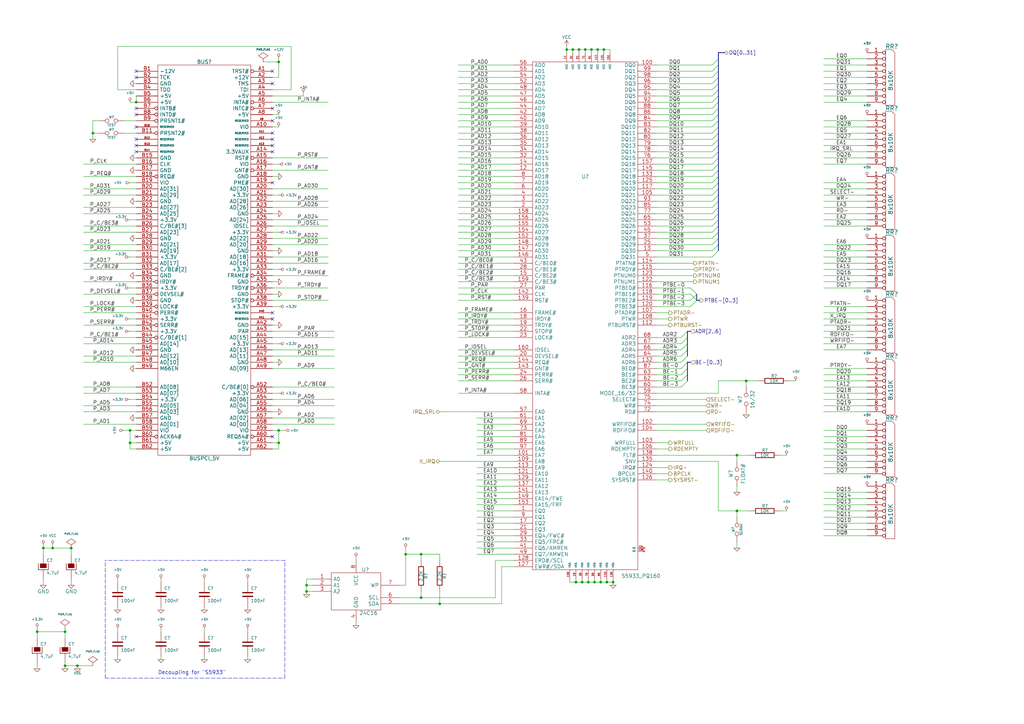
<source format=kicad_sch>
(kicad_sch (version 20250114) (generator "eeschema") (generator_version "9.0")
  (paper "A3")
  (title_block (title "Video") (date "Sun 22 Mar 2015") (rev "2.0B") (company "Kicad EDA") (comment 1 "Interface Bus PCI"))
  (text "Decoupling for \"S5933\"" (at 64.77 276.86 0) (effects (font (size 1.524 1.524)) (justify left bottom)))
  (junction (at 26.67 273.05) (diameter 0.9144))
  (junction (at 242.57 20.32))
  (junction (at 125.73 242.57) (diameter 0.9144))
  (junction (at 302.26 209.55) (diameter 0.9144))
  (junction (at 236.22 238.76))
  (junction (at 114.3 25.4) (diameter 0.9144))
  (junction (at 240.03 20.32))
  (junction (at 38.1 54.61) (diameter 0.9144))
  (junction (at 245.11 20.32))
  (junction (at 180.34 247.65) (diameter 0.9144))
  (junction (at 31.75 273.05) (diameter 0.9144))
  (junction (at 53.34 181.61) (diameter 0.9144))
  (junction (at 29.21 224.79) (diameter 0.9144))
  (junction (at 114.3 181.61) (diameter 0.9144))
  (junction (at 302.26 186.69) (diameter 0.9144))
  (junction (at 246.38 238.76))
  (junction (at 234.95 20.32))
  (junction (at 241.3 238.76))
  (junction (at 172.72 227.33) (diameter 0.9144))
  (junction (at 26.67 259.08) (diameter 0.9144))
  (junction (at 251.46 238.76))
  (junction (at 243.84 238.76))
  (junction (at 55.88 41.91) (diameter 0.9144))
  (junction (at 248.92 238.76))
  (junction (at 17.78 224.79) (diameter 0.9144))
  (junction (at 237.49 20.32))
  (junction (at 53.34 176.53) (diameter 0.9144))
  (junction (at 166.37 227.33) (diameter 0.9144))
  (junction (at 306.07 156.21) (diameter 0.9144))
  (junction (at 238.76 238.76))
  (junction (at 125.73 240.03) (diameter 0.9144))
  (junction (at 247.65 20.32))
  (junction (at 232.41 20.32))
  (junction (at 114.3 176.53) (diameter 0.9144))
  (junction (at 15.24 259.08) (diameter 0.9144))
  (junction (at 21.59 224.79) (diameter 0.9144))
  (junction (at 172.72 245.11) (diameter 0.9144))
  (no_connect (at 55.88 44.45))
  (no_connect (at 55.88 52.07))
  (no_connect (at 111.76 54.61))
  (no_connect (at 111.76 62.23))
  (no_connect (at 111.76 49.53))
  (no_connect (at 111.76 59.69))
  (no_connect (at 111.76 44.45))
  (no_connect (at 111.76 34.29))
  (no_connect (at 111.76 57.15))
  (no_connect (at 111.76 29.21))
  (no_connect (at 111.76 128.27))
  (no_connect (at 111.76 74.93))
  (no_connect (at 55.88 59.69))
  (no_connect (at 55.88 62.23))
  (no_connect (at 55.88 31.75))
  (no_connect (at 55.88 179.07))
  (no_connect (at 55.88 57.15))
  (no_connect (at 55.88 46.99))
  (no_connect (at 111.76 179.07))
  (no_connect (at 111.76 130.81))
  (no_connect (at 55.88 29.21))
  (bus_entry (at 279.4 146.05) (size 2.54 -2.54) (stroke (width 0.1524)))
  (bus_entry (at 292.1 77.47) (size 2.54 -2.54) (stroke (width 0.1524)))
  (bus_entry (at 292.1 29.21) (size 2.54 -2.54) (stroke (width 0.1524)))
  (bus_entry (at 292.1 62.23) (size 2.54 -2.54) (stroke (width 0.1524)))
  (bus_entry (at 292.1 87.63) (size 2.54 -2.54) (stroke (width 0.1524)))
  (bus_entry (at 292.1 26.67) (size 2.54 -2.54) (stroke (width 0.1524)))
  (bus_entry (at 292.1 80.01) (size 2.54 -2.54) (stroke (width 0.1524)))
  (bus_entry (at 292.1 39.37) (size 2.54 -2.54) (stroke (width 0.1524)))
  (bus_entry (at 292.1 49.53) (size 2.54 -2.54) (stroke (width 0.1524)))
  (bus_entry (at 292.1 102.87) (size 2.54 -2.54) (stroke (width 0.1524)))
  (bus_entry (at 292.1 36.83) (size 2.54 -2.54) (stroke (width 0.1524)))
  (bus_entry (at 279.4 148.59) (size 2.54 -2.54) (stroke (width 0.1524)))
  (bus_entry (at 283.21 120.65) (size 2.54 2.54) (stroke (width 0.1524)))
  (bus_entry (at 292.1 52.07) (size 2.54 -2.54) (stroke (width 0.1524)))
  (bus_entry (at 279.4 140.97) (size 2.54 -2.54) (stroke (width 0.1524)))
  (bus_entry (at 292.1 34.29) (size 2.54 -2.54) (stroke (width 0.1524)))
  (bus_entry (at 292.1 82.55) (size 2.54 -2.54) (stroke (width 0.1524)))
  (bus_entry (at 292.1 46.99) (size 2.54 -2.54) (stroke (width 0.1524)))
  (bus_entry (at 279.4 151.13) (size 2.54 -2.54) (stroke (width 0.1524)))
  (bus_entry (at 283.21 118.11) (size 2.54 2.54) (stroke (width 0.1524)))
  (bus_entry (at 292.1 85.09) (size 2.54 -2.54) (stroke (width 0.1524)))
  (bus_entry (at 279.4 156.21) (size 2.54 -2.54) (stroke (width 0.1524)))
  (bus_entry (at 292.1 67.31) (size 2.54 -2.54) (stroke (width 0.1524)))
  (bus_entry (at 292.1 95.25) (size 2.54 -2.54) (stroke (width 0.1524)))
  (bus_entry (at 292.1 41.91) (size 2.54 -2.54) (stroke (width 0.1524)))
  (bus_entry (at 292.1 74.93) (size 2.54 -2.54) (stroke (width 0.1524)))
  (bus_entry (at 283.21 123.19) (size 2.54 -2.54) (stroke (width 0.1524)))
  (bus_entry (at 292.1 64.77) (size 2.54 -2.54) (stroke (width 0.1524)))
  (bus_entry (at 292.1 92.71) (size 2.54 -2.54) (stroke (width 0.1524)))
  (bus_entry (at 292.1 69.85) (size 2.54 -2.54) (stroke (width 0.1524)))
  (bus_entry (at 279.4 153.67) (size 2.54 -2.54) (stroke (width 0.1524)))
  (bus_entry (at 283.21 125.73) (size 2.54 -2.54) (stroke (width 0.1524)))
  (bus_entry (at 292.1 54.61) (size 2.54 -2.54) (stroke (width 0.1524)))
  (bus_entry (at 279.4 138.43) (size 2.54 -2.54) (stroke (width 0.1524)))
  (bus_entry (at 292.1 105.41) (size 2.54 -2.54) (stroke (width 0.1524)))
  (bus_entry (at 292.1 31.75) (size 2.54 -2.54) (stroke (width 0.1524)))
  (bus_entry (at 292.1 59.69) (size 2.54 -2.54) (stroke (width 0.1524)))
  (bus_entry (at 292.1 57.15) (size 2.54 -2.54) (stroke (width 0.1524)))
  (bus_entry (at 292.1 72.39) (size 2.54 -2.54) (stroke (width 0.1524)))
  (bus_entry (at 292.1 100.33) (size 2.54 -2.54) (stroke (width 0.1524)))
  (bus_entry (at 279.4 143.51) (size 2.54 -2.54) (stroke (width 0.1524)))
  (bus_entry (at 279.4 158.75) (size 2.54 -2.54) (stroke (width 0.1524)))
  (bus_entry (at 292.1 90.17) (size 2.54 -2.54) (stroke (width 0.1524)))
  (bus_entry (at 292.1 44.45) (size 2.54 -2.54) (stroke (width 0.1524)))
  (bus_entry (at 292.1 97.79) (size 2.54 -2.54) (stroke (width 0.1524)))
  (wire (pts (xy 337.82 189.23) (xy 355.6 189.23)))
  (wire (pts (xy 269.24 151.13) (xy 279.4 151.13)))
  (wire (pts (xy 337.82 138.43) (xy 355.6 138.43)))
  (wire (pts (xy 240.03 20.32) (xy 240.03 21.59)))
  (wire (pts (xy 111.76 151.13) (xy 137.16 151.13)))
  (wire (pts (xy 269.24 173.99) (xy 289.56 173.99)))
  (wire (pts (xy 40.64 49.53) (xy 38.1 49.53)))
  (wire (pts (xy 48.26 248.92) (xy 48.26 250.19)))
  (wire (pts (xy 269.24 189.23) (xy 294.64 189.23)))
  (wire (pts (xy 195.58 191.77) (xy 210.82 191.77)))
  (wire (pts (xy 34.29 120.65) (xy 55.88 120.65)))
  (wire (pts (xy 114.3 24.13) (xy 114.3 25.4)))
  (wire (pts (xy 269.24 196.85) (xy 274.32 196.85)))
  (wire (pts (xy 187.96 80.01) (xy 210.82 80.01)))
  (wire (pts (xy 269.24 72.39) (xy 292.1 72.39)))
  (wire (pts (xy 337.82 179.07) (xy 355.6 179.07)))
  (bus (pts (xy 294.64 21.59) (xy 294.64 24.13)))
  (wire (pts (xy 29.21 237.49) (xy 29.21 240.03)))
  (wire (pts (xy 38.1 54.61) (xy 40.64 54.61)))
  (wire (pts (xy 247.65 20.32) (xy 247.65 21.59)))
  (wire (pts (xy 203.2 245.11) (xy 203.2 229.87)))
  (wire (pts (xy 245.11 20.32) (xy 247.65 20.32)))
  (wire (pts (xy 250.19 20.32) (xy 250.19 21.59)))
  (wire (pts (xy 337.82 85.09) (xy 355.6 85.09)))
  (wire (pts (xy 337.82 52.07) (xy 355.6 52.07)))
  (wire (pts (xy 187.96 62.23) (xy 210.82 62.23)))
  (wire (pts (xy 17.78 224.79) (xy 17.78 227.33)))
  (wire (pts (xy 111.76 69.85) (xy 134.62 69.85)))
  (wire (pts (xy 111.76 41.91) (xy 134.62 41.91)))
  (wire (pts (xy 34.29 148.59) (xy 55.88 148.59)))
  (wire (pts (xy 26.67 259.08) (xy 26.67 261.62)))
  (wire (pts (xy 195.58 219.71) (xy 210.82 219.71)))
  (wire (pts (xy 111.76 72.39) (xy 114.3 72.39)))
  (wire (pts (xy 269.24 29.21) (xy 292.1 29.21)))
  (bus (pts (xy 281.94 148.59) (xy 281.94 151.13)))
  (wire (pts (xy 125.73 237.49) (xy 125.73 240.03)))
  (wire (pts (xy 302.26 186.69) (xy 307.34 186.69)))
  (wire (pts (xy 337.82 92.71) (xy 355.6 92.71)))
  (wire (pts (xy 195.58 196.85) (xy 210.82 196.85)))
  (wire (pts (xy 83.82 237.49) (xy 83.82 238.76)))
  (wire (pts (xy 337.82 204.47) (xy 355.6 204.47)))
  (wire (pts (xy 50.8 49.53) (xy 55.88 49.53)))
  (wire (pts (xy 111.76 100.33) (xy 134.62 100.33)))
  (bus (pts (xy 294.64 24.13) (xy 294.64 26.67)))
  (wire (pts (xy 34.29 115.57) (xy 55.88 115.57)))
  (wire (pts (xy 54.61 171.45) (xy 55.88 171.45)))
  (wire (pts (xy 107.95 25.4) (xy 114.3 25.4)))
  (wire (pts (xy 246.38 237.49) (xy 246.38 238.76)))
  (wire (pts (xy 166.37 227.33) (xy 166.37 240.03)))
  (wire (pts (xy 337.82 57.15) (xy 355.6 57.15)))
  (wire (pts (xy 269.24 62.23) (xy 292.1 62.23)))
  (wire (pts (xy 34.29 72.39) (xy 55.88 72.39)))
  (wire (pts (xy 34.29 146.05) (xy 55.88 146.05)))
  (wire (pts (xy 187.96 54.61) (xy 210.82 54.61)))
  (wire (pts (xy 111.76 181.61) (xy 114.3 181.61)))
  (wire (pts (xy 101.6 257.81) (xy 101.6 259.08)))
  (wire (pts (xy 187.96 31.75) (xy 210.82 31.75)))
  (wire (pts (xy 187.96 113.03) (xy 210.82 113.03)))
  (wire (pts (xy 180.34 247.65) (xy 205.74 247.65)))
  (wire (pts (xy 187.96 105.41) (xy 210.82 105.41)))
  (wire (pts (xy 248.92 237.49) (xy 248.92 238.76)))
  (wire (pts (xy 337.82 207.01) (xy 355.6 207.01)))
  (bus (pts (xy 294.64 34.29) (xy 294.64 36.83)))
  (wire (pts (xy 53.34 135.89) (xy 55.88 135.89)))
  (wire (pts (xy 302.26 199.39) (xy 302.26 201.93)))
  (wire (pts (xy 195.58 176.53) (xy 210.82 176.53)))
  (wire (pts (xy 187.96 64.77) (xy 210.82 64.77)))
  (wire (pts (xy 54.61 97.79) (xy 55.88 97.79)))
  (wire (pts (xy 241.3 237.49) (xy 241.3 238.76)))
  (wire (pts (xy 111.76 80.01) (xy 114.3 80.01)))
  (wire (pts (xy 337.82 153.67) (xy 355.6 153.67)))
  (wire (pts (xy 337.82 59.69) (xy 355.6 59.69)))
  (wire (pts (xy 337.82 133.35) (xy 355.6 133.35)))
  (wire (pts (xy 232.41 20.32) (xy 232.41 21.59)))
  (wire (pts (xy 337.82 143.51) (xy 355.6 143.51)))
  (wire (pts (xy 66.04 250.19) (xy 66.04 248.92)))
  (wire (pts (xy 55.88 151.13) (xy 54.61 151.13)))
  (wire (pts (xy 172.72 227.33) (xy 180.34 227.33)))
  (wire (pts (xy 111.76 36.83) (xy 119.38 36.83)))
  (wire (pts (xy 187.96 115.57) (xy 210.82 115.57)))
  (wire (pts (xy 187.96 52.07) (xy 210.82 52.07)))
  (wire (pts (xy 55.88 123.19) (xy 54.61 123.19)))
  (wire (pts (xy 34.29 138.43) (xy 55.88 138.43)))
  (wire (pts (xy 236.22 238.76) (xy 238.76 238.76)))
  (wire (pts (xy 242.57 20.32) (xy 242.57 21.59)))
  (wire (pts (xy 111.76 163.83) (xy 137.16 163.83)))
  (wire (pts (xy 269.24 181.61) (xy 274.32 181.61)))
  (wire (pts (xy 269.24 100.33) (xy 292.1 100.33)))
  (wire (pts (xy 241.3 238.76) (xy 243.84 238.76)))
  (wire (pts (xy 232.41 20.32) (xy 234.95 20.32)))
  (wire (pts (xy 337.82 191.77) (xy 355.6 191.77)))
  (bus (pts (xy 294.64 80.01) (xy 294.64 82.55)))
  (wire (pts (xy 195.58 201.93) (xy 210.82 201.93)))
  (wire (pts (xy 187.96 156.21) (xy 210.82 156.21)))
  (wire (pts (xy 66.04 257.81) (xy 66.04 259.08)))
  (bus (pts (xy 294.64 44.45) (xy 294.64 46.99)))
  (wire (pts (xy 111.76 123.19) (xy 134.62 123.19)))
  (wire (pts (xy 111.76 85.09) (xy 134.62 85.09)))
  (wire (pts (xy 294.64 161.29) (xy 294.64 156.21)))
  (wire (pts (xy 163.83 247.65) (xy 180.34 247.65)))
  (wire (pts (xy 21.59 223.52) (xy 21.59 224.79)))
  (polyline (pts (xy 43.18 278.13) (xy 116.84 278.13)) (stroke (width 0) (type dash)))
  (wire (pts (xy 337.82 41.91) (xy 355.6 41.91)))
  (wire (pts (xy 337.82 110.49) (xy 355.6 110.49)))
  (wire (pts (xy 337.82 135.89) (xy 355.6 135.89)))
  (wire (pts (xy 26.67 273.05) (xy 31.75 273.05)))
  (wire (pts (xy 55.88 39.37) (xy 55.88 41.91)))
  (wire (pts (xy 34.29 110.49) (xy 55.88 110.49)))
  (wire (pts (xy 306.07 156.21) (xy 311.15 156.21)))
  (wire (pts (xy 269.24 82.55) (xy 292.1 82.55)))
  (wire (pts (xy 53.34 130.81) (xy 55.88 130.81)))
  (wire (pts (xy 111.76 52.07) (xy 114.3 52.07)))
  (wire (pts (xy 187.96 123.19) (xy 210.82 123.19)))
  (wire (pts (xy 21.59 224.79) (xy 29.21 224.79)))
  (wire (pts (xy 111.76 118.11) (xy 134.62 118.11)))
  (wire (pts (xy 210.82 229.87) (xy 203.2 229.87)))
  (wire (pts (xy 111.76 95.25) (xy 114.3 95.25)))
  (wire (pts (xy 125.73 240.03) (xy 125.73 242.57)))
  (wire (pts (xy 166.37 224.79) (xy 166.37 227.33)))
  (wire (pts (xy 323.85 156.21) (xy 326.39 156.21)))
  (bus (pts (xy 281.94 143.51) (xy 281.94 146.05)))
  (wire (pts (xy 269.24 128.27) (xy 274.32 128.27)))
  (wire (pts (xy 337.82 82.55) (xy 355.6 82.55)))
  (wire (pts (xy 111.76 138.43) (xy 137.16 138.43)))
  (wire (pts (xy 111.76 115.57) (xy 114.3 115.57)))
  (wire (pts (xy 34.29 95.25) (xy 55.88 95.25)))
  (wire (pts (xy 34.29 161.29) (xy 55.88 161.29)))
  (wire (pts (xy 337.82 49.53) (xy 355.6 49.53)))
  (wire (pts (xy 34.29 102.87) (xy 55.88 102.87)))
  (wire (pts (xy 111.76 87.63) (xy 114.3 87.63)))
  (wire (pts (xy 269.24 59.69) (xy 292.1 59.69)))
  (wire (pts (xy 269.24 107.95) (xy 284.48 107.95)))
  (wire (pts (xy 337.82 64.77) (xy 355.6 64.77)))
  (wire (pts (xy 48.26 19.05) (xy 119.38 19.05)))
  (wire (pts (xy 269.24 140.97) (xy 279.4 140.97)))
  (wire (pts (xy 269.24 148.59) (xy 279.4 148.59)))
  (wire (pts (xy 238.76 238.76) (xy 241.3 238.76)))
  (bus (pts (xy 294.64 77.47) (xy 294.64 80.01)))
  (wire (pts (xy 269.24 54.61) (xy 292.1 54.61)))
  (wire (pts (xy 232.41 19.05) (xy 232.41 20.32)))
  (bus (pts (xy 287.02 123.19) (xy 285.75 123.19)))
  (wire (pts (xy 302.26 186.69) (xy 302.26 189.23)))
  (wire (pts (xy 242.57 20.32) (xy 245.11 20.32)))
  (wire (pts (xy 187.96 59.69) (xy 210.82 59.69)))
  (wire (pts (xy 269.24 168.91) (xy 289.56 168.91)))
  (wire (pts (xy 337.82 156.21) (xy 355.6 156.21)))
  (wire (pts (xy 195.58 224.79) (xy 210.82 224.79)))
  (wire (pts (xy 111.76 173.99) (xy 137.16 173.99)))
  (bus (pts (xy 294.64 90.17) (xy 294.64 92.71)))
  (wire (pts (xy 114.3 176.53) (xy 114.3 181.61)))
  (wire (pts (xy 269.24 118.11) (xy 283.21 118.11)))
  (wire (pts (xy 187.96 130.81) (xy 210.82 130.81)))
  (wire (pts (xy 233.68 237.49) (xy 233.68 238.76)))
  (wire (pts (xy 34.29 168.91) (xy 55.88 168.91)))
  (wire (pts (xy 187.96 100.33) (xy 210.82 100.33)))
  (wire (pts (xy 302.26 222.25) (xy 302.26 224.79)))
  (wire (pts (xy 34.29 100.33) (xy 55.88 100.33)))
  (wire (pts (xy 111.76 46.99) (xy 114.3 46.99)))
  (wire (pts (xy 269.24 77.47) (xy 292.1 77.47)))
  (wire (pts (xy 269.24 67.31) (xy 292.1 67.31)))
  (wire (pts (xy 195.58 204.47) (xy 210.82 204.47)))
  (wire (pts (xy 55.88 34.29) (xy 54.61 34.29)))
  (bus (pts (xy 294.64 85.09) (xy 294.64 87.63)))
  (wire (pts (xy 34.29 107.95) (xy 55.88 107.95)))
  (wire (pts (xy 187.96 29.21) (xy 210.82 29.21)))
  (wire (pts (xy 187.96 85.09) (xy 210.82 85.09)))
  (wire (pts (xy 53.34 184.15) (xy 55.88 184.15)))
  (wire (pts (xy 269.24 57.15) (xy 292.1 57.15)))
  (wire (pts (xy 34.29 140.97) (xy 55.88 140.97)))
  (wire (pts (xy 234.95 20.32) (xy 234.95 21.59)))
  (wire (pts (xy 111.76 82.55) (xy 134.62 82.55)))
  (wire (pts (xy 269.24 87.63) (xy 292.1 87.63)))
  (wire (pts (xy 48.26 269.24) (xy 48.26 270.51)))
  (wire (pts (xy 125.73 242.57) (xy 125.73 243.84)))
  (wire (pts (xy 187.96 49.53) (xy 210.82 49.53)))
  (wire (pts (xy 337.82 214.63) (xy 355.6 214.63)))
  (wire (pts (xy 53.34 118.11) (xy 55.88 118.11)))
  (wire (pts (xy 111.76 113.03) (xy 134.62 113.03)))
  (wire (pts (xy 54.61 82.55) (xy 55.88 82.55)))
  (bus (pts (xy 294.64 54.61) (xy 294.64 57.15)))
  (wire (pts (xy 269.24 138.43) (xy 279.4 138.43)))
  (wire (pts (xy 269.24 163.83) (xy 289.56 163.83)))
  (wire (pts (xy 125.73 237.49) (xy 128.27 237.49)))
  (wire (pts (xy 187.96 97.79) (xy 210.82 97.79)))
  (wire (pts (xy 205.74 247.65) (xy 205.74 232.41)))
  (wire (pts (xy 187.96 146.05) (xy 210.82 146.05)))
  (wire (pts (xy 210.82 232.41) (xy 205.74 232.41)))
  (wire (pts (xy 195.58 179.07) (xy 210.82 179.07)))
  (bus (pts (xy 294.64 82.55) (xy 294.64 85.09)))
  (wire (pts (xy 66.04 238.76) (xy 66.04 237.49)))
  (wire (pts (xy 269.24 64.77) (xy 292.1 64.77)))
  (wire (pts (xy 187.96 26.67) (xy 210.82 26.67)))
  (wire (pts (xy 187.96 44.45) (xy 210.82 44.45)))
  (wire (pts (xy 269.24 36.83) (xy 292.1 36.83)))
  (wire (pts (xy 111.76 67.31) (xy 114.3 67.31)))
  (wire (pts (xy 187.96 128.27) (xy 210.82 128.27)))
  (wire (pts (xy 337.82 67.31) (xy 355.6 67.31)))
  (bus (pts (xy 294.64 52.07) (xy 294.64 54.61)))
  (wire (pts (xy 251.46 237.49) (xy 251.46 238.76)))
  (wire (pts (xy 111.76 102.87) (xy 114.3 102.87)))
  (wire (pts (xy 337.82 125.73) (xy 355.6 125.73)))
  (wire (pts (xy 187.96 87.63) (xy 210.82 87.63)))
  (wire (pts (xy 111.76 176.53) (xy 114.3 176.53)))
  (wire (pts (xy 240.03 20.32) (xy 242.57 20.32)))
  (wire (pts (xy 50.8 176.53) (xy 53.34 176.53)))
  (wire (pts (xy 180.34 189.23) (xy 210.82 189.23)))
  (wire (pts (xy 187.96 138.43) (xy 210.82 138.43)))
  (wire (pts (xy 187.96 110.49) (xy 210.82 110.49)))
  (wire (pts (xy 187.96 72.39) (xy 210.82 72.39)))
  (wire (pts (xy 195.58 171.45) (xy 210.82 171.45)))
  (wire (pts (xy 337.82 163.83) (xy 355.6 163.83)))
  (wire (pts (xy 269.24 191.77) (xy 274.32 191.77)))
  (wire (pts (xy 269.24 161.29) (xy 294.64 161.29)))
  (bus (pts (xy 294.64 57.15) (xy 294.64 59.69)))
  (wire (pts (xy 34.29 133.35) (xy 55.88 133.35)))
  (wire (pts (xy 243.84 238.76) (xy 246.38 238.76)))
  (wire (pts (xy 187.96 143.51) (xy 210.82 143.51)))
  (wire (pts (xy 101.6 237.49) (xy 101.6 238.76)))
  (wire (pts (xy 195.58 222.25) (xy 210.82 222.25)))
  (wire (pts (xy 320.04 209.55) (xy 322.58 209.55)))
  (wire (pts (xy 269.24 41.91) (xy 292.1 41.91)))
  (wire (pts (xy 187.96 74.93) (xy 210.82 74.93)))
  (wire (pts (xy 55.88 113.03) (xy 54.61 113.03)))
  (wire (pts (xy 111.76 133.35) (xy 114.3 133.35)))
  (wire (pts (xy 172.72 227.33) (xy 172.72 229.87)))
  (wire (pts (xy 269.24 92.71) (xy 292.1 92.71)))
  (wire (pts (xy 195.58 181.61) (xy 210.82 181.61)))
  (wire (pts (xy 246.38 238.76) (xy 248.92 238.76)))
  (wire (pts (xy 166.37 240.03) (xy 163.83 240.03)))
  (wire (pts (xy 187.96 148.59) (xy 210.82 148.59)))
  (wire (pts (xy 195.58 186.69) (xy 210.82 186.69)))
  (wire (pts (xy 55.88 36.83) (xy 48.26 36.83)))
  (wire (pts (xy 187.96 95.25) (xy 210.82 95.25)))
  (wire (pts (xy 54.61 143.51) (xy 55.88 143.51)))
  (wire (pts (xy 269.24 194.31) (xy 274.32 194.31)))
  (wire (pts (xy 34.29 173.99) (xy 55.88 173.99)))
  (wire (pts (xy 269.24 123.19) (xy 283.21 123.19)))
  (bus (pts (xy 294.64 67.31) (xy 294.64 69.85)))
  (wire (pts (xy 53.34 74.93) (xy 55.88 74.93)))
  (wire (pts (xy 187.96 46.99) (xy 210.82 46.99)))
  (wire (pts (xy 337.82 140.97) (xy 355.6 140.97)))
  (bus (pts (xy 294.64 31.75) (xy 294.64 34.29)))
  (bus (pts (xy 294.64 92.71) (xy 294.64 95.25)))
  (bus (pts (xy 281.94 148.59) (xy 283.21 148.59)))
  (wire (pts (xy 53.34 105.41) (xy 55.88 105.41)))
  (wire (pts (xy 180.34 227.33) (xy 180.34 229.87)))
  (wire (pts (xy 101.6 269.24) (xy 101.6 270.51)))
  (wire (pts (xy 111.76 92.71) (xy 134.62 92.71)))
  (wire (pts (xy 195.58 184.15) (xy 210.82 184.15)))
  (wire (pts (xy 269.24 97.79) (xy 292.1 97.79)))
  (wire (pts (xy 269.24 34.29) (xy 292.1 34.29)))
  (wire (pts (xy 195.58 207.01) (xy 210.82 207.01)))
  (wire (pts (xy 195.58 217.17) (xy 210.82 217.17)))
  (wire (pts (xy 251.46 238.76) (xy 251.46 240.03)))
  (bus (pts (xy 281.94 140.97) (xy 281.94 143.51)))
  (wire (pts (xy 48.26 257.81) (xy 48.26 259.08)))
  (bus (pts (xy 294.64 49.53) (xy 294.64 52.07)))
  (wire (pts (xy 337.82 161.29) (xy 355.6 161.29)))
  (wire (pts (xy 15.24 257.81) (xy 15.24 259.08)))
  (wire (pts (xy 195.58 199.39) (xy 210.82 199.39)))
  (wire (pts (xy 195.58 214.63) (xy 210.82 214.63)))
  (wire (pts (xy 269.24 39.37) (xy 292.1 39.37)))
  (wire (pts (xy 337.82 31.75) (xy 355.6 31.75)))
  (wire (pts (xy 26.67 273.05) (xy 26.67 274.32)))
  (wire (pts (xy 31.75 273.05) (xy 31.75 274.32)))
  (wire (pts (xy 269.24 166.37) (xy 289.56 166.37)))
  (wire (pts (xy 306.07 156.21) (xy 306.07 158.75)))
  (wire (pts (xy 269.24 69.85) (xy 292.1 69.85)))
  (wire (pts (xy 269.24 95.25) (xy 292.1 95.25)))
  (bus (pts (xy 294.64 72.39) (xy 294.64 74.93)))
  (wire (pts (xy 111.76 171.45) (xy 137.16 171.45)))
  (wire (pts (xy 111.76 158.75) (xy 137.16 158.75)))
  (wire (pts (xy 269.24 44.45) (xy 292.1 44.45)))
  (wire (pts (xy 269.24 153.67) (xy 279.4 153.67)))
  (wire (pts (xy 83.82 250.19) (xy 83.82 248.92)))
  (wire (pts (xy 166.37 227.33) (xy 172.72 227.33)))
  (wire (pts (xy 337.82 24.13) (xy 355.6 24.13)))
  (bus (pts (xy 294.64 36.83) (xy 294.64 39.37)))
  (bus (pts (xy 285.75 123.19) (xy 285.75 120.65)))
  (wire (pts (xy 187.96 41.91) (xy 210.82 41.91)))
  (wire (pts (xy 34.29 77.47) (xy 55.88 77.47)))
  (bus (pts (xy 294.64 29.21) (xy 294.64 31.75)))
  (wire (pts (xy 243.84 237.49) (xy 243.84 238.76)))
  (wire (pts (xy 187.96 39.37) (xy 210.82 39.37)))
  (bus (pts (xy 294.64 64.77) (xy 294.64 67.31)))
  (wire (pts (xy 187.96 34.29) (xy 210.82 34.29)))
  (bus (pts (xy 294.64 97.79) (xy 294.64 100.33)))
  (wire (pts (xy 111.76 143.51) (xy 137.16 143.51)))
  (wire (pts (xy 180.34 168.91) (xy 210.82 168.91)))
  (bus (pts (xy 294.64 87.63) (xy 294.64 90.17)))
  (bus (pts (xy 281.94 151.13) (xy 281.94 153.67)))
  (wire (pts (xy 15.24 259.08) (xy 26.67 259.08)))
  (wire (pts (xy 269.24 158.75) (xy 279.4 158.75)))
  (wire (pts (xy 187.96 92.71) (xy 210.82 92.71)))
  (wire (pts (xy 146.05 228.6) (xy 146.05 229.87)))
  (wire (pts (xy 294.64 189.23) (xy 294.64 209.55)))
  (wire (pts (xy 187.96 67.31) (xy 210.82 67.31)))
  (wire (pts (xy 269.24 130.81) (xy 274.32 130.81)))
  (wire (pts (xy 337.82 107.95) (xy 355.6 107.95)))
  (wire (pts (xy 337.82 158.75) (xy 355.6 158.75)))
  (wire (pts (xy 15.24 271.78) (xy 15.24 274.32)))
  (wire (pts (xy 269.24 90.17) (xy 292.1 90.17)))
  (wire (pts (xy 34.29 158.75) (xy 55.88 158.75)))
  (wire (pts (xy 114.3 25.4) (xy 114.3 31.75)))
  (wire (pts (xy 111.76 39.37) (xy 124.46 39.37)))
  (wire (pts (xy 337.82 194.31) (xy 355.6 194.31)))
  (bus (pts (xy 281.94 153.67) (xy 281.94 156.21)))
  (wire (pts (xy 337.82 100.33) (xy 355.6 100.33)))
  (wire (pts (xy 111.76 64.77) (xy 134.62 64.77)))
  (wire (pts (xy 34.29 125.73) (xy 55.88 125.73)))
  (wire (pts (xy 269.24 113.03) (xy 284.48 113.03)))
  (wire (pts (xy 337.82 105.41) (xy 355.6 105.41)))
  (wire (pts (xy 146.05 255.27) (xy 146.05 256.54)))
  (wire (pts (xy 269.24 105.41) (xy 292.1 105.41)))
  (wire (pts (xy 306.07 170.18) (xy 306.07 168.91)))
  (wire (pts (xy 34.29 92.71) (xy 55.88 92.71)))
  (wire (pts (xy 163.83 245.11) (xy 172.72 245.11)))
  (wire (pts (xy 269.24 26.67) (xy 292.1 26.67)))
  (wire (pts (xy 34.29 80.01) (xy 55.88 80.01)))
  (wire (pts (xy 119.38 36.83) (xy 119.38 19.05)))
  (wire (pts (xy 53.34 176.53) (xy 53.34 181.61)))
  (wire (pts (xy 187.96 90.17) (xy 210.82 90.17)))
  (wire (pts (xy 187.96 151.13) (xy 210.82 151.13)))
  (wire (pts (xy 111.76 77.47) (xy 134.62 77.47)))
  (wire (pts (xy 233.68 238.76) (xy 236.22 238.76)))
  (wire (pts (xy 269.24 85.09) (xy 292.1 85.09)))
  (wire (pts (xy 269.24 110.49) (xy 284.48 110.49)))
  (wire (pts (xy 26.67 257.81) (xy 26.67 259.08)))
  (wire (pts (xy 172.72 245.11) (xy 203.2 245.11)))
  (wire (pts (xy 269.24 74.93) (xy 292.1 74.93)))
  (wire (pts (xy 187.96 118.11) (xy 210.82 118.11)))
  (wire (pts (xy 337.82 212.09) (xy 355.6 212.09)))
  (bus (pts (xy 281.94 138.43) (xy 281.94 140.97)))
  (bus (pts (xy 294.64 62.23) (xy 294.64 64.77)))
  (wire (pts (xy 114.3 176.53) (xy 116.84 176.53)))
  (wire (pts (xy 34.29 85.09) (xy 55.88 85.09)))
  (wire (pts (xy 29.21 224.79) (xy 29.21 227.33)))
  (wire (pts (xy 111.76 146.05) (xy 137.16 146.05)))
  (bus (pts (xy 294.64 21.59) (xy 297.18 21.59)))
  (wire (pts (xy 125.73 240.03) (xy 128.27 240.03)))
  (wire (pts (xy 111.76 166.37) (xy 137.16 166.37)))
  (wire (pts (xy 269.24 143.51) (xy 279.4 143.51)))
  (wire (pts (xy 337.82 102.87) (xy 355.6 102.87)))
  (bus (pts (xy 281.94 135.89) (xy 281.94 138.43)))
  (wire (pts (xy 66.04 269.24) (xy 66.04 270.51)))
  (wire (pts (xy 187.96 107.95) (xy 210.82 107.95)))
  (bus (pts (xy 294.64 74.93) (xy 294.64 77.47)))
  (wire (pts (xy 55.88 41.91) (xy 53.34 41.91)))
  (wire (pts (xy 111.76 125.73) (xy 114.3 125.73)))
  (bus (pts (xy 294.64 39.37) (xy 294.64 41.91)))
  (wire (pts (xy 269.24 80.01) (xy 292.1 80.01)))
  (wire (pts (xy 111.76 110.49) (xy 114.3 110.49)))
  (wire (pts (xy 180.34 242.57) (xy 180.34 247.65)))
  (wire (pts (xy 269.24 186.69) (xy 302.26 186.69)))
  (wire (pts (xy 195.58 173.99) (xy 210.82 173.99)))
  (wire (pts (xy 237.49 20.32) (xy 240.03 20.32)))
  (wire (pts (xy 15.24 259.08) (xy 15.24 261.62)))
  (wire (pts (xy 53.34 176.53) (xy 55.88 176.53)))
  (polyline (pts (xy 116.84 229.87) (xy 43.18 229.87)) (stroke (width 0) (type dash)))
  (wire (pts (xy 337.82 29.21) (xy 355.6 29.21)))
  (wire (pts (xy 337.82 62.23) (xy 355.6 62.23)))
  (wire (pts (xy 187.96 120.65) (xy 210.82 120.65)))
  (wire (pts (xy 337.82 128.27) (xy 355.6 128.27)))
  (wire (pts (xy 187.96 102.87) (xy 210.82 102.87)))
  (wire (pts (xy 83.82 269.24) (xy 83.82 270.51)))
  (wire (pts (xy 269.24 156.21) (xy 279.4 156.21)))
  (wire (pts (xy 187.96 135.89) (xy 210.82 135.89)))
  (wire (pts (xy 269.24 133.35) (xy 274.32 133.35)))
  (wire (pts (xy 269.24 102.87) (xy 292.1 102.87)))
  (wire (pts (xy 337.82 166.37) (xy 355.6 166.37)))
  (wire (pts (xy 83.82 259.08) (xy 83.82 257.81)))
  (wire (pts (xy 34.29 166.37) (xy 55.88 166.37)))
  (wire (pts (xy 269.24 52.07) (xy 292.1 52.07)))
  (wire (pts (xy 187.96 153.67) (xy 210.82 153.67)))
  (wire (pts (xy 337.82 74.93) (xy 355.6 74.93)))
  (wire (pts (xy 195.58 209.55) (xy 210.82 209.55)))
  (wire (pts (xy 114.3 184.15) (xy 111.76 184.15)))
  (wire (pts (xy 337.82 113.03) (xy 355.6 113.03)))
  (wire (pts (xy 187.96 57.15) (xy 210.82 57.15)))
  (wire (pts (xy 48.26 36.83) (xy 48.26 19.05)))
  (wire (pts (xy 337.82 118.11) (xy 355.6 118.11)))
  (wire (pts (xy 337.82 39.37) (xy 355.6 39.37)))
  (wire (pts (xy 187.96 69.85) (xy 210.82 69.85)))
  (wire (pts (xy 38.1 49.53) (xy 38.1 54.61)))
  (wire (pts (xy 195.58 212.09) (xy 210.82 212.09)))
  (wire (pts (xy 269.24 146.05) (xy 279.4 146.05)))
  (wire (pts (xy 302.26 209.55) (xy 302.26 212.09)))
  (wire (pts (xy 337.82 77.47) (xy 355.6 77.47)))
  (wire (pts (xy 125.73 242.57) (xy 128.27 242.57)))
  (wire (pts (xy 294.64 209.55) (xy 302.26 209.55)))
  (wire (pts (xy 111.76 135.89) (xy 137.16 135.89)))
  (wire (pts (xy 269.24 46.99) (xy 292.1 46.99)))
  (wire (pts (xy 187.96 77.47) (xy 210.82 77.47)))
  (wire (pts (xy 238.76 237.49) (xy 238.76 238.76)))
  (wire (pts (xy 111.76 161.29) (xy 114.3 161.29)))
  (wire (pts (xy 237.49 20.32) (xy 237.49 21.59)))
  (wire (pts (xy 53.34 181.61) (xy 53.34 184.15)))
  (wire (pts (xy 124.46 39.37) (xy 124.46 38.1)))
  (wire (pts (xy 111.76 168.91) (xy 114.3 168.91)))
  (bus (pts (xy 294.64 69.85) (xy 294.64 72.39)))
  (wire (pts (xy 245.11 20.32) (xy 245.11 21.59)))
  (wire (pts (xy 111.76 107.95) (xy 134.62 107.95)))
  (wire (pts (xy 101.6 250.19) (xy 101.6 248.92)))
  (wire (pts (xy 337.82 186.69) (xy 355.6 186.69)))
  (wire (pts (xy 269.24 125.73) (xy 283.21 125.73)))
  (wire (pts (xy 337.82 184.15) (xy 355.6 184.15)))
  (wire (pts (xy 111.76 90.17) (xy 134.62 90.17)))
  (wire (pts (xy 195.58 194.31) (xy 210.82 194.31)))
  (polyline (pts (xy 116.84 278.13) (xy 116.84 229.87)) (stroke (width 0) (type dash)))
  (wire (pts (xy 320.04 186.69) (xy 322.58 186.69)))
  (wire (pts (xy 234.95 20.32) (xy 237.49 20.32)))
  (wire (pts (xy 54.61 69.85) (xy 55.88 69.85)))
  (wire (pts (xy 195.58 227.33) (xy 210.82 227.33)))
  (wire (pts (xy 17.78 237.49) (xy 17.78 240.03)))
  (wire (pts (xy 294.64 156.21) (xy 306.07 156.21)))
  (wire (pts (xy 114.3 31.75) (xy 111.76 31.75)))
  (wire (pts (xy 269.24 184.15) (xy 274.32 184.15)))
  (polyline (pts (xy 43.18 278.13) (xy 43.18 229.87)) (stroke (width 0) (type dash)))
  (wire (pts (xy 337.82 80.01) (xy 355.6 80.01)))
  (wire (pts (xy 337.82 181.61) (xy 355.6 181.61)))
  (wire (pts (xy 34.29 128.27) (xy 55.88 128.27)))
  (wire (pts (xy 53.34 163.83) (xy 55.88 163.83)))
  (bus (pts (xy 294.64 59.69) (xy 294.64 62.23)))
  (wire (pts (xy 111.76 120.65) (xy 114.3 120.65)))
  (wire (pts (xy 31.75 273.05) (xy 38.1 273.05)))
  (wire (pts (xy 55.88 64.77) (xy 54.61 64.77)))
  (wire (pts (xy 17.78 224.79) (xy 21.59 224.79)))
  (wire (pts (xy 269.24 120.65) (xy 283.21 120.65)))
  (wire (pts (xy 111.76 97.79) (xy 134.62 97.79)))
  (bus (pts (xy 294.64 26.67) (xy 294.64 29.21)))
  (bus (pts (xy 294.64 100.33) (xy 294.64 102.87)))
  (wire (pts (xy 247.65 20.32) (xy 250.19 20.32)))
  (wire (pts (xy 337.82 168.91) (xy 355.6 168.91)))
  (wire (pts (xy 337.82 176.53) (xy 355.6 176.53)))
  (wire (pts (xy 111.76 148.59) (xy 114.3 148.59)))
  (wire (pts (xy 337.82 151.13) (xy 355.6 151.13)))
  (wire (pts (xy 337.82 34.29) (xy 355.6 34.29)))
  (wire (pts (xy 34.29 87.63) (xy 55.88 87.63)))
  (bus (pts (xy 294.64 41.91) (xy 294.64 44.45)))
  (wire (pts (xy 38.1 54.61) (xy 38.1 57.15)))
  (wire (pts (xy 34.29 67.31) (xy 55.88 67.31)))
  (wire (pts (xy 187.96 36.83) (xy 210.82 36.83)))
  (wire (pts (xy 53.34 181.61) (xy 55.88 181.61)))
  (wire (pts (xy 48.26 237.49) (xy 48.26 238.76)))
  (wire (pts (xy 269.24 49.53) (xy 292.1 49.53)))
  (wire (pts (xy 53.34 90.17) (xy 55.88 90.17)))
  (wire (pts (xy 337.82 201.93) (xy 355.6 201.93)))
  (wire (pts (xy 337.82 130.81) (xy 355.6 130.81)))
  (wire (pts (xy 337.82 90.17) (xy 355.6 90.17)))
  (wire (pts (xy 236.22 237.49) (xy 236.22 238.76)))
  (wire (pts (xy 337.82 219.71) (xy 355.6 219.71)))
  (wire (pts (xy 187.96 161.29) (xy 210.82 161.29)))
  (wire (pts (xy 111.76 105.41) (xy 134.62 105.41)))
  (wire (pts (xy 187.96 82.55) (xy 210.82 82.55)))
  (wire (pts (xy 337.82 36.83) (xy 355.6 36.83)))
  (wire (pts (xy 114.3 181.61) (xy 114.3 184.15)))
  (bus (pts (xy 281.94 135.89) (xy 283.21 135.89)))
  (wire (pts (xy 269.24 115.57) (xy 284.48 115.57)))
  (wire (pts (xy 302.26 209.55) (xy 307.34 209.55)))
  (wire (pts (xy 337.82 217.17) (xy 355.6 217.17)))
  (wire (pts (xy 111.76 140.97) (xy 114.3 140.97)))
  (wire (pts (xy 269.24 31.75) (xy 292.1 31.75)))
  (wire (pts (xy 337.82 115.57) (xy 355.6 115.57)))
  (wire (pts (xy 337.82 54.61) (xy 355.6 54.61)))
  (wire (pts (xy 17.78 223.52) (xy 17.78 224.79)))
  (wire (pts (xy 337.82 26.67) (xy 355.6 26.67)))
  (wire (pts (xy 337.82 209.55) (xy 355.6 209.55)))
  (wire (pts (xy 26.67 271.78) (xy 26.67 273.05)))
  (wire (pts (xy 172.72 242.57) (xy 172.72 245.11)))
  (wire (pts (xy 187.96 133.35) (xy 210.82 133.35)))
  (wire (pts (xy 50.8 54.61) (xy 55.88 54.61)))
  (bus (pts (xy 294.64 46.99) (xy 294.64 49.53)))
  (wire (pts (xy 337.82 87.63) (xy 355.6 87.63)))
  (wire (pts (xy 269.24 176.53) (xy 289.56 176.53)))
  (wire (pts (xy 248.92 238.76) (xy 251.46 238.76)))
  (bus (pts (xy 294.64 95.25) (xy 294.64 97.79)))
  (label "EA6" (at 342.9 100.33 0) (effects (font (size 1.524 1.524))))
  (label "PTBE-1" (at 271.78 120.65 0) (effects (font (size 1.524 1.524))))
  (label "EA12" (at 198.12 199.39 0) (effects (font (size 1.524 1.524))))
  (label "P_AD23" (at 193.04 85.09 0) (effects (font (size 1.524 1.524))))
  (label "DQ11" (at 342.9 212.09 0) (effects (font (size 1.524 1.524))))
  (label "P_AD26" (at 193.04 92.71 0) (effects (font (size 1.524 1.524))))
  (label "P_C/BE0#" (at 121.92 158.75 0) (effects (font (size 1.524 1.524))))
  (label "P_IDSEL" (at 121.92 92.71 0) (effects (font (size 1.524 1.524))))
  (label "P_AD0" (at 121.92 173.99 0) (effects (font (size 1.524 1.524))))
  (label "P_AD22" (at 193.04 82.55 0) (effects (font (size 1.524 1.524))))
  (label "P_IRDY#" (at 190.5 130.81 0) (effects (font (size 1.524 1.524))))
  (label "DQ8" (at 342.9 219.71 0) (effects (font (size 1.524 1.524))))
  (label "P_AD13" (at 193.04 59.69 0) (effects (font (size 1.524 1.524))))
  (label "EA9" (at 342.9 128.27 0) (effects (font (size 1.524 1.524))))
  (label "P_AD7" (at 38.1 161.29 0) (effects (font (size 1.524 1.524))))
  (label "DQ1" (at 274.32 29.21 0) (effects (font (size 1.524 1.524))))
  (label "EA10" (at 342.9 168.91 0) (effects (font (size 1.524 1.524))))
  (label "DQ30" (at 274.32 102.87 0) (effects (font (size 1.524 1.524))))
  (label "DQ31" (at 274.32 105.41 0) (effects (font (size 1.524 1.524))))
  (label "EA14" (at 342.9 115.57 0) (effects (font (size 1.524 1.524))))
  (label "P_AD30" (at 121.92 77.47 0) (effects (font (size 1.524 1.524))))
  (label "P_AD11" (at 121.92 146.05 0) (effects (font (size 1.524 1.524))))
  (label "DQ0" (at 342.9 176.53 0) (effects (font (size 1.524 1.524))))
  (label "EQ0" (at 342.9 24.13 0) (effects (font (size 1.524 1.524))))
  (label "EQ7" (at 198.12 227.33 0) (effects (font (size 1.524 1.524))))
  (label "P_AD2" (at 121.92 171.45 0) (effects (font (size 1.524 1.524))))
  (label "P_CLK" (at 193.04 120.65 0) (effects (font (size 1.524 1.524))))
  (label "BE-0" (at 271.78 151.13 0) (effects (font (size 1.524 1.524))))
  (label "EQ5" (at 198.12 222.25 0) (effects (font (size 1.524 1.524))))
  (label "EA1" (at 342.9 59.69 0) (effects (font (size 1.524 1.524))))
  (label "DQ12" (at 274.32 57.15 0) (effects (font (size 1.524 1.524))))
  (label "EQ4" (at 198.12 219.71 0) (effects (font (size 1.524 1.524))))
  (label "DQ16" (at 274.32 67.31 0) (effects (font (size 1.524 1.524))))
  (label "P_AD4" (at 121.92 166.37 0) (effects (font (size 1.524 1.524))))
  (label "P_TRDY#" (at 121.92 118.11 0) (effects (font (size 1.524 1.524))))
  (label "P_CLK" (at 36.83 67.31 0) (effects (font (size 1.524 1.524))))
  (label "EA2" (at 342.9 90.17 0) (effects (font (size 1.524 1.524))))
  (label "DQ3" (at 342.9 184.15 0) (effects (font (size 1.524 1.524))))
  (label "DQ17" (at 342.9 118.11 0) (effects (font (size 1.524 1.524))))
  (label "P_INTA#" (at 121.92 41.91 0) (effects (font (size 1.524 1.524))))
  (label "ADR4" (at 271.78 143.51 0) (effects (font (size 1.524 1.524))))
  (label "EA12" (at 342.9 158.75 0) (effects (font (size 1.524 1.524))))
  (label "ADR5" (at 271.78 146.05 0) (effects (font (size 1.524 1.524))))
  (label "DQ7" (at 342.9 194.31 0) (effects (font (size 1.524 1.524))))
  (label "EQ2" (at 342.9 34.29 0) (effects (font (size 1.524 1.524))))
  (label "RD-" (at 342.9 87.63 0) (effects (font (size 1.524 1.524))))
  (label "DQ25" (at 342.9 92.71 0) (effects (font (size 1.524 1.524))))
  (label "DQ4" (at 274.32 36.83 0) (effects (font (size 1.524 1.524))))
  (label "DQ26" (at 342.9 64.77 0) (effects (font (size 1.524 1.524))))
  (label "PTADR-" (at 340.36 133.35 0) (effects (font (size 1.524 1.524))))
  (label "P_SERR#" (at 190.5 156.21 0) (effects (font (size 1.524 1.524))))
  (label "P_C/BE1#" (at 36.83 138.43 0) (effects (font (size 1.524 1.524))))
  (label "P_AD24" (at 121.92 90.17 0) (effects (font (size 1.524 1.524))))
  (label "EQ3" (at 342.9 36.83 0) (effects (font (size 1.524 1.524))))
  (label "DQ23" (at 342.9 107.95 0) (effects (font (size 1.524 1.524))))
  (label "EA2" (at 198.12 173.99 0) (effects (font (size 1.524 1.524))))
  (label "P_AD4" (at 193.04 36.83 0) (effects (font (size 1.524 1.524))))
  (label "P_AD16" (at 193.04 67.31 0) (effects (font (size 1.524 1.524))))
  (label "EA5" (at 198.12 181.61 0) (effects (font (size 1.524 1.524))))
  (label "DQ10" (at 274.32 52.07 0) (effects (font (size 1.524 1.524))))
  (label "DQ9" (at 342.9 217.17 0) (effects (font (size 1.524 1.524))))
  (label "P_FRAME#" (at 190.5 128.27 0) (effects (font (size 1.524 1.524))))
  (label "DQ15" (at 342.9 201.93 0) (effects (font (size 1.524 1.524))))
  (label "P_AD12" (at 38.1 146.05 0) (effects (font (size 1.524 1.524))))
  (label "DQ8" (at 274.32 46.99 0) (effects (font (size 1.524 1.524))))
  (label "DQ15" (at 274.32 64.77 0) (effects (font (size 1.524 1.524))))
  (label "P_C/BE2#" (at 190.5 113.03 0) (effects (font (size 1.524 1.524))))
  (label "EQ6" (at 198.12 224.79 0) (effects (font (size 1.524 1.524))))
  (label "P_AD17" (at 36.83 107.95 0) (effects (font (size 1.524 1.524))))
  (label "DQ19" (at 342.9 166.37 0) (effects (font (size 1.524 1.524))))
  (label "DQ16" (at 342.9 113.03 0) (effects (font (size 1.524 1.524))))
  (label "DQ13" (at 342.9 207.01 0) (effects (font (size 1.524 1.524))))
  (label "P_AD15" (at 121.92 138.43 0) (effects (font (size 1.524 1.524))))
  (label "P_AD28" (at 193.04 97.79 0) (effects (font (size 1.524 1.524))))
  (label "P_IRDY#" (at 36.83 115.57 0) (effects (font (size 1.524 1.524))))
  (label "P_AD14" (at 38.1 140.97 0) (effects (font (size 1.524 1.524))))
  (label "DQ19" (at 274.32 74.93 0) (effects (font (size 1.524 1.524))))
  (label "DQ26" (at 274.32 92.71 0) (effects (font (size 1.524 1.524))))
  (label "P_PERR#" (at 36.83 128.27 0) (effects (font (size 1.524 1.524))))
  (label "DQ18" (at 274.32 72.39 0) (effects (font (size 1.524 1.524))))
  (label "P_PAR" (at 193.04 118.11 0) (effects (font (size 1.524 1.524))))
  (label "DQ2" (at 342.9 181.61 0) (effects (font (size 1.524 1.524))))
  (label "P_AD19" (at 193.04 74.93 0) (effects (font (size 1.524 1.524))))
  (label "DQ24" (at 342.9 77.47 0) (effects (font (size 1.524 1.524))))
  (label "DQ13" (at 274.32 59.69 0) (effects (font (size 1.524 1.524))))
  (label "BE-1" (at 271.78 153.67 0) (effects (font (size 1.524 1.524))))
  (label "EA14" (at 198.12 204.47 0) (effects (font (size 1.524 1.524))))
  (label "EA15" (at 198.12 207.01 0) (effects (font (size 1.524 1.524))))
  (label "P_C/BE2#" (at 36.83 110.49 0) (effects (font (size 1.524 1.524))))
  (label "DQ29" (at 274.32 100.33 0) (effects (font (size 1.524 1.524))))
  (label "EQ1" (at 198.12 212.09 0) (effects (font (size 1.524 1.524))))
  (label "EA3" (at 198.12 176.53 0) (effects (font (size 1.524 1.524))))
  (label "EA7" (at 342.9 143.51 0) (effects (font (size 1.524 1.524))))
  (label "P_GNT#" (at 121.92 69.85 0) (effects (font (size 1.524 1.524))))
  (label "BE-2" (at 271.78 156.21 0) (effects (font (size 1.524 1.524))))
  (label "EA3" (at 342.9 85.09 0) (effects (font (size 1.524 1.524))))
  (label "P_AD28" (at 121.92 82.55 0) (effects (font (size 1.524 1.524))))
  (label "EA11" (at 342.9 163.83 0) (effects (font (size 1.524 1.524))))
  (label "ADR6" (at 271.78 148.59 0) (effects (font (size 1.524 1.524))))
  (label "P_C/BE1#" (at 190.5 110.49 0) (effects (font (size 1.524 1.524))))
  (label "DQ27" (at 274.32 95.25 0) (effects (font (size 1.524 1.524))))
  (label "P_AD9" (at 121.92 151.13 0) (effects (font (size 1.524 1.524))))
  (label "P_AD10" (at 38.1 148.59 0) (effects (font (size 1.524 1.524))))
  (label "DQ22" (at 342.9 102.87 0) (effects (font (size 1.524 1.524))))
  (label "EQ0" (at 198.12 209.55 0) (effects (font (size 1.524 1.524))))
  (label "DQ7" (at 274.32 44.45 0) (effects (font (size 1.524 1.524))))
  (label "P_AD6" (at 193.04 41.91 0) (effects (font (size 1.524 1.524))))
  (label "P_FRAME#" (at 121.92 113.03 0) (effects (font (size 1.524 1.524))))
  (label "EQ6" (at 342.9 49.53 0) (effects (font (size 1.524 1.524))))
  (label "P_AD2" (at 193.04 31.75 0) (effects (font (size 1.524 1.524))))
  (label "DQ24" (at 274.32 87.63 0) (effects (font (size 1.524 1.524))))
  (label "P_AD8" (at 193.04 46.99 0) (effects (font (size 1.524 1.524))))
  (label "P_AD20" (at 121.92 100.33 0) (effects (font (size 1.524 1.524))))
  (label "EA4" (at 342.9 74.93 0) (effects (font (size 1.524 1.524))))
  (label "P_PERR#" (at 190.5 153.67 0) (effects (font (size 1.524 1.524))))
  (label "P_AD3" (at 38.1 168.91 0) (effects (font (size 1.524 1.524))))
  (label "P_C/BE3#" (at 36.83 92.71 0) (effects (font (size 1.524 1.524))))
  (label "RDFIFO-" (at 340.36 138.43 0) (effects (font (size 1.524 1.524))))
  (label "EA9" (at 198.12 191.77 0) (effects (font (size 1.524 1.524))))
  (label "P_AD5" (at 38.1 166.37 0) (effects (font (size 1.524 1.524))))
  (label "DQ9" (at 274.32 49.53 0) (effects (font (size 1.524 1.524))))
  (label "P_AD31" (at 193.04 105.41 0) (effects (font (size 1.524 1.524))))
  (label "ADR3" (at 271.78 140.97 0) (effects (font (size 1.524 1.524))))
  (label "PTBE-2" (at 271.78 123.19 0) (effects (font (size 1.524 1.524))))
  (label "EA10" (at 198.12 194.31 0) (effects (font (size 1.524 1.524))))
  (label "P_REQ#" (at 36.83 72.39 0) (effects (font (size 1.524 1.524))))
  (label "P_GNT#" (at 190.5 151.13 0) (effects (font (size 1.524 1.524))))
  (label "P_AD15" (at 193.04 64.77 0) (effects (font (size 1.524 1.524))))
  (label "P_LOCK#" (at 36.83 125.73 0) (effects (font (size 1.524 1.524))))
  (label "P_AD16" (at 121.92 107.95 0) (effects (font (size 1.524 1.524))))
  (label "EA15" (at 342.9 110.49 0) (effects (font (size 1.524 1.524))))
  (label "P_AD27" (at 36.83 85.09 0) (effects (font (size 1.524 1.524))))
  (label "P_RST#" (at 121.92 64.77 0) (effects (font (size 1.524 1.524))))
  (label "DQ20" (at 274.32 77.47 0) (effects (font (size 1.524 1.524))))
  (label "PTBE-0" (at 271.78 118.11 0) (effects (font (size 1.524 1.524))))
  (label "P_AD29" (at 193.04 100.33 0) (effects (font (size 1.524 1.524))))
  (label "DQ30" (at 342.9 31.75 0) (effects (font (size 1.524 1.524))))
  (label "ADR2" (at 271.78 138.43 0) (effects (font (size 1.524 1.524))))
  (label "P_SERR#" (at 36.83 133.35 0) (effects (font (size 1.524 1.524))))
  (label "EQ1" (at 342.9 29.21 0) (effects (font (size 1.524 1.524))))
  (label "P_C/BE0#" (at 190.5 107.95 0) (effects (font (size 1.524 1.524))))
  (label "DQ25" (at 274.32 90.17 0) (effects (font (size 1.524 1.524))))
  (label "DQ20" (at 342.9 153.67 0) (effects (font (size 1.524 1.524))))
  (label "P_AD21" (at 193.04 80.01 0) (effects (font (size 1.524 1.524))))
  (label "P_AD11" (at 193.04 54.61 0) (effects (font (size 1.524 1.524))))
  (label "P_LOCK#" (at 190.5 138.43 0) (effects (font (size 1.524 1.524))))
  (label "P_AD30" (at 193.04 102.87 0) (effects (font (size 1.524 1.524))))
  (label "P_AD18" (at 193.04 72.39 0) (effects (font (size 1.524 1.524))))
  (label "P_AD7" (at 193.04 44.45 0) (effects (font (size 1.524 1.524))))
  (label "DQ5" (at 342.9 189.23 0) (effects (font (size 1.524 1.524))))
  (label "DQ12" (at 342.9 209.55 0) (effects (font (size 1.524 1.524))))
  (label "P_AD26" (at 121.92 85.09 0) (effects (font (size 1.524 1.524))))
  (label "P_STOP#" (at 121.92 123.19 0) (effects (font (size 1.524 1.524))))
  (label "P_STOP#" (at 190.5 135.89 0) (effects (font (size 1.524 1.524))))
  (label "EA4" (at 198.12 179.07 0) (effects (font (size 1.524 1.524))))
  (label "DQ10" (at 342.9 214.63 0) (effects (font (size 1.524 1.524))))
  (label "P_DEVSEL#" (at 36.83 120.65 0) (effects (font (size 1.524 1.524))))
  (label "P_AD0" (at 193.04 26.67 0) (effects (font (size 1.524 1.524))))
  (label "DQ6" (at 274.32 41.91 0) (effects (font (size 1.524 1.524))))
  (label "P_AD9" (at 193.04 49.53 0) (effects (font (size 1.524 1.524))))
  (label "DQ28" (at 274.32 97.79 0) (effects (font (size 1.524 1.524))))
  (label "DQ21" (at 342.9 135.89 0) (effects (font (size 1.524 1.524))))
  (label "IRQ_SRL" (at 340.36 62.23 0) (effects (font (size 1.524 1.524))))
  (label "P_AD6" (at 121.92 163.83 0) (effects (font (size 1.524 1.524))))
  (label "P_AD13" (at 121.92 143.51 0) (effects (font (size 1.524 1.524))))
  (label "EQ2" (at 198.12 214.63 0) (effects (font (size 1.524 1.524))))
  (label "P_AD14" (at 193.04 62.23 0) (effects (font (size 1.524 1.524))))
  (label "EA5" (at 342.9 105.41 0) (effects (font (size 1.524 1.524))))
  (label "DQ5" (at 274.32 39.37 0) (effects (font (size 1.524 1.524))))
  (label "DQ1" (at 342.9 179.07 0) (effects (font (size 1.524 1.524))))
  (label "P_C/BE3#" (at 190.5 115.57 0) (effects (font (size 1.524 1.524))))
  (label "DQ4" (at 342.9 186.69 0) (effects (font (size 1.524 1.524))))
  (label "DQ23" (at 274.32 85.09 0) (effects (font (size 1.524 1.524))))
  (label "EA13" (at 198.12 201.93 0) (effects (font (size 1.524 1.524))))
  (label "DQ21" (at 274.32 80.01 0) (effects (font (size 1.524 1.524))))
  (label "P_AD19" (at 36.83 102.87 0) (effects (font (size 1.524 1.524))))
  (label "EQ7" (at 342.9 67.31 0) (effects (font (size 1.524 1.524))))
  (label "P_INTA#" (at 190.5 161.29 0) (effects (font (size 1.524 1.524))))
  (label "P_AD25" (at 36.83 87.63 0) (effects (font (size 1.524 1.524))))
  (label "P_AD23" (at 36.83 95.25 0) (effects (font (size 1.524 1.524))))
  (label "P_PAR" (at 121.92 135.89 0) (effects (font (size 1.524 1.524))))
  (label "P_AD3" (at 193.04 34.29 0) (effects (font (size 1.524 1.524))))
  (label "P_AD10" (at 193.04 52.07 0) (effects (font (size 1.524 1.524))))
  (label "DQ6" (at 342.9 191.77 0) (effects (font (size 1.524 1.524))))
  (label "DQ14" (at 342.9 204.47 0) (effects (font (size 1.524 1.524))))
  (label "P_AD18" (at 121.92 105.41 0) (effects (font (size 1.524 1.524))))
  (label "DQ3" (at 274.32 34.29 0) (effects (font (size 1.524 1.524))))
  (label "EA6" (at 198.12 184.15 0) (effects (font (size 1.524 1.524))))
  (label "EQ5" (at 342.9 54.61 0) (effects (font (size 1.524 1.524))))
  (label "PTBE-3" (at 271.78 125.73 0) (effects (font (size 1.524 1.524))))
  (label "DQ22" (at 274.32 82.55 0) (effects (font (size 1.524 1.524))))
  (label "X_IRQ" (at 340.36 130.81 0) (effects (font (size 1.524 1.524))))
  (label "DQ14" (at 274.32 62.23 0) (effects (font (size 1.524 1.524))))
  (label "P_AD21" (at 36.83 100.33 0) (effects (font (size 1.524 1.524))))
  (label "P_AD12" (at 193.04 57.15 0) (effects (font (size 1.524 1.524))))
  (label "P_AD1" (at 193.04 29.21 0) (effects (font (size 1.524 1.524))))
  (label "P_AD22" (at 121.92 97.79 0) (effects (font (size 1.524 1.524))))
  (label "P_DEVSEL#" (at 190.5 146.05 0) (effects (font (size 1.524 1.524))))
  (label "EA1" (at 198.12 171.45 0) (effects (font (size 1.524 1.524))))
  (label "DQ27" (at 342.9 57.15 0) (effects (font (size 1.524 1.524))))
  (label "WRFIFO-" (at 340.36 140.97 0) (effects (font (size 1.524 1.524))))
  (label "P_AD25" (at 193.04 90.17 0) (effects (font (size 1.524 1.524))))
  (label "P_AD31" (at 36.83 77.47 0) (effects (font (size 1.524 1.524))))
  (label "DQ17" (at 274.32 69.85 0) (effects (font (size 1.524 1.524))))
  (label "PTATN-" (at 340.36 125.73 0) (effects (font (size 1.524 1.524))))
  (label "P_AD29" (at 36.83 80.01 0) (effects (font (size 1.524 1.524))))
  (label "P_TRDY#" (at 190.5 133.35 0) (effects (font (size 1.524 1.524))))
  (label "P_AD5" (at 193.04 39.37 0) (effects (font (size 1.524 1.524))))
  (label "P_IDSEL" (at 190.5 143.51 0) (effects (font (size 1.524 1.524))))
  (label "P_AD1" (at 38.1 173.99 0) (effects (font (size 1.524 1.524))))
  (label "DQ18" (at 342.9 161.29 0) (effects (font (size 1.524 1.524))))
  (label "P_AD27" (at 193.04 95.25 0) (effects (font (size 1.524 1.524))))
  (label "DQ0" (at 274.32 26.67 0) (effects (font (size 1.524 1.524))))
  (label "P_AD8" (at 38.1 158.75 0) (effects (font (size 1.524 1.524))))
  (label "DQ11" (at 274.32 54.61 0) (effects (font (size 1.524 1.524))))
  (label "BE-3" (at 271.78 158.75 0) (effects (font (size 1.524 1.524))))
  (label "DQ29" (at 342.9 39.37 0) (effects (font (size 1.524 1.524))))
  (label "P_RST#" (at 193.04 123.19 0) (effects (font (size 1.524 1.524))))
  (label "SELECT-" (at 340.36 80.01 0) (effects (font (size 1.524 1.524))))
  (label "P_AD24" (at 193.04 87.63 0) (effects (font (size 1.524 1.524))))
  (label "EA11" (at 198.12 196.85 0) (effects (font (size 1.524 1.524))))
  (label "P_AD20" (at 193.04 77.47 0) (effects (font (size 1.524 1.524))))
  (label "DQ31" (at 342.9 26.67 0) (effects (font (size 1.524 1.524))))
  (label "DQ2" (at 274.32 31.75 0) (effects (font (size 1.524 1.524))))
  (label "EQ3" (at 198.12 217.17 0) (effects (font (size 1.524 1.524))))
  (label "P_AD17" (at 193.04 69.85 0) (effects (font (size 1.524 1.524))))
  (label "P_REQ#" (at 190.5 148.59 0) (effects (font (size 1.524 1.524))))
  (label "PTRDY-" (at 340.36 151.13 0) (effects (font (size 1.524 1.524))))
  (label "EQ4" (at 342.9 41.91 0) (effects (font (size 1.524 1.524))))
  (label "WR-" (at 342.9 82.55 0) (effects (font (size 1.524 1.524))))
  (label "EA13" (at 342.9 156.21 0) (effects (font (size 1.524 1.524))))
  (label "DQ28" (at 342.9 52.07 0) (effects (font (size 1.524 1.524))))
  (label "EA7" (at 198.12 186.69 0) (effects (font (size 1.524 1.524))))
  (hierarchical_label "RDEMPTY" (shape output) (at 274.32 184.15 0) (effects (font (size 1.524 1.524))))
  (hierarchical_label "PTWR" (shape output) (at 274.32 130.81 0) (effects (font (size 1.524 1.524))))
  (hierarchical_label "PTNUM1" (shape output) (at 284.48 115.57 0) (effects (font (size 1.524 1.524))))
  (hierarchical_label "IRQ_SRL" (shape bidirectional) (at 180.34 168.91 180) (effects (font (size 1.524 1.524))))
  (hierarchical_label "ADR[2..6]" (shape input) (at 283.21 135.89 0) (effects (font (size 1.524 1.524))))
  (hierarchical_label "SELECT-" (shape input) (at 289.56 163.83 0) (effects (font (size 1.524 1.524))))
  (hierarchical_label "WRFIFO-" (shape input) (at 289.56 173.99 0) (effects (font (size 1.524 1.524))))
  (hierarchical_label "IRQ-" (shape output) (at 274.32 191.77 0) (effects (font (size 1.524 1.524))))
  (hierarchical_label "RDFIFO-" (shape input) (at 289.56 176.53 0) (effects (font (size 1.524 1.524))))
  (hierarchical_label "PTRDY-" (shape input) (at 284.48 110.49 0) (effects (font (size 1.524 1.524))))
  (hierarchical_label "PTADR-" (shape output) (at 274.32 128.27 0) (effects (font (size 1.524 1.524))))
  (hierarchical_label "PTBURST-" (shape output) (at 274.32 133.35 0) (effects (font (size 1.524 1.524))))
  (hierarchical_label "PTATN-" (shape output) (at 284.48 107.95 0) (effects (font (size 1.524 1.524))))
  (hierarchical_label "WR-" (shape input) (at 289.56 166.37 0) (effects (font (size 1.524 1.524))))
  (hierarchical_label "PTBE-[0..3]" (shape output) (at 287.02 123.19 0) (effects (font (size 1.524 1.524))))
  (hierarchical_label "WRFULL" (shape output) (at 274.32 181.61 0) (effects (font (size 1.524 1.524))))
  (hierarchical_label "X_IRQ" (shape bidirectional) (at 180.34 189.23 180) (effects (font (size 1.524 1.524))))
  (hierarchical_label "SYSRST-" (shape output) (at 274.32 196.85 0) (effects (font (size 1.524 1.524))))
  (hierarchical_label "BE-[0..3]" (shape input) (at 283.21 148.59 0) (effects (font (size 1.524 1.524))))
  (hierarchical_label "BPCLK" (shape output) (at 274.32 194.31 0) (effects (font (size 1.524 1.524))))
  (hierarchical_label "RD-" (shape input) (at 289.56 168.91 0) (effects (font (size 1.524 1.524))))
  (hierarchical_label "DQ[0..31]" (shape bidirectional) (at 297.18 21.59 0) (effects (font (size 1.524 1.524))))
  (hierarchical_label "PTNUM0" (shape output) (at 284.48 113.03 0) (effects (font (size 1.524 1.524))))
  (symbol (lib_id "video_schlib:S5933_PQ160") (at 240.03 129.54 0) (unit 1)
    (property "Reference" "U?" (at 240.03 72.39 0) (effects (font (size 1.524 1.524))))
    (property "Value" "S5933_PQ160" (at 262.89 236.22 0) (effects (font (size 1.524 1.524))))
    (property "Footprint" "Package_QFP:PQFP-160_28x28mm_P0.65mm" (effects (hide yes)))
  )
  (symbol (lib_id "video_schlib:GND") (at 54.61 34.29 270) (unit 1)
    (property "Reference" "#GND?" (effects (hide yes)))
    (property "Value" "GND" (effects (hide yes)))
  )
  (symbol (lib_id "video_schlib:GND") (at 54.61 64.77 270) (unit 1)
    (property "Reference" "#GND?" (effects (hide yes)))
    (property "Value" "GND" (effects (hide yes)))
  )
  (symbol (lib_id "video_schlib:GND") (at 54.61 69.85 270) (unit 1)
    (property "Reference" "#GND?" (effects (hide yes)))
    (property "Value" "GND" (effects (hide yes)))
  )
  (symbol (lib_id "video_schlib:GND") (at 54.61 82.55 270) (unit 1)
    (property "Reference" "#GND?" (effects (hide yes)))
    (property "Value" "GND" (effects (hide yes)))
  )
  (symbol (lib_id "video_schlib:GND") (at 54.61 97.79 270) (unit 1)
    (property "Reference" "#GND?" (effects (hide yes)))
    (property "Value" "GND" (effects (hide yes)))
  )
  (symbol (lib_id "video_schlib:GND") (at 54.61 113.03 270) (unit 1)
    (property "Reference" "#GND?" (effects (hide yes)))
    (property "Value" "GND" (effects (hide yes)))
  )
  (symbol (lib_id "video_schlib:GND") (at 54.61 123.19 270) (unit 1)
    (property "Reference" "#GND?" (effects (hide yes)))
    (property "Value" "GND" (effects (hide yes)))
  )
  (symbol (lib_id "video_schlib:GND") (at 54.61 143.51 270) (unit 1)
    (property "Reference" "#GND?" (effects (hide yes)))
    (property "Value" "GND" (effects (hide yes)))
  )
  (symbol (lib_id "video_schlib:GND") (at 54.61 151.13 270) (unit 1)
    (property "Reference" "#GND?" (effects (hide yes)))
    (property "Value" "GND" (effects (hide yes)))
  )
  (symbol (lib_id "video_schlib:GND") (at 54.61 171.45 270) (unit 1)
    (property "Reference" "#GND?" (effects (hide yes)))
    (property "Value" "GND" (effects (hide yes)))
  )
  (symbol (lib_id "video_schlib:GND") (at 114.3 168.91 90) (unit 1)
    (property "Reference" "#GND?" (effects (hide yes)))
    (property "Value" "GND" (effects (hide yes)))
  )
  (symbol (lib_id "video_schlib:GND") (at 114.3 148.59 90) (unit 1)
    (property "Reference" "#GND?" (effects (hide yes)))
    (property "Value" "GND" (effects (hide yes)))
  )
  (symbol (lib_id "video_schlib:GND") (at 114.3 133.35 90) (unit 1)
    (property "Reference" "#GND?" (effects (hide yes)))
    (property "Value" "GND" (effects (hide yes)))
  )
  (symbol (lib_id "video_schlib:GND") (at 114.3 120.65 90) (unit 1)
    (property "Reference" "#GND?" (effects (hide yes)))
    (property "Value" "GND" (effects (hide yes)))
  )
  (symbol (lib_id "video_schlib:GND") (at 114.3 115.57 90) (unit 1)
    (property "Reference" "#GND?" (effects (hide yes)))
    (property "Value" "GND" (effects (hide yes)))
  )
  (symbol (lib_id "video_schlib:GND") (at 114.3 102.87 90) (unit 1)
    (property "Reference" "#GND?" (effects (hide yes)))
    (property "Value" "GND" (effects (hide yes)))
  )
  (symbol (lib_id "video_schlib:GND") (at 114.3 87.63 90) (unit 1)
    (property "Reference" "#GND?" (effects (hide yes)))
    (property "Value" "GND" (effects (hide yes)))
  )
  (symbol (lib_id "video_schlib:GND") (at 114.3 72.39 90) (unit 1)
    (property "Reference" "#GND?" (effects (hide yes)))
    (property "Value" "GND" (effects (hide yes)))
  )
  (symbol (lib_id "video_schlib:TEST") (at 45.72 54.61 0) (unit 1)
    (property "Reference" "W?" (at 45.72 53.086 0) (effects (font (size 1.016 1.016))))
    (property "Value" "TEST" (at 45.72 56.388 0) (effects (font (size 1.016 1.016))))
    (property "Footprint" "Connector_PinHeader_2.54mm:PinHeader_1x02_P2.54mm_Vertical" (effects (hide yes)))
  )
  (symbol (lib_id "video_schlib:TEST") (at 45.72 49.53 0) (unit 1)
    (property "Reference" "W?" (at 45.72 48.006 0) (effects (font (size 1.016 1.016))))
    (property "Value" "TEST" (at 45.72 51.308 0) (effects (font (size 1.016 1.016))))
    (property "Footprint" "Connector_PinHeader_2.54mm:PinHeader_1x02_P2.54mm_Vertical" (effects (hide yes)))
  )
  (symbol (lib_id "video_schlib:GND") (at 38.1 57.15 0) (unit 1)
    (property "Reference" "#GND?" (effects (hide yes)))
    (property "Value" "GND" (effects (hide yes)))
  )
  (symbol (lib_id "video_schlib:BUSPCI-5V") (at 83.82 106.68 0) (unit 1)
    (property "Reference" "BUS?" (at 83.82 25.4 0) (effects (font (size 1.524 1.524))))
    (property "Value" "BUSPCI_5V" (at 83.82 187.96 0) (effects (font (size 1.524 1.524))))
    (property "Footprint" "Connectors:BUSPCI" (effects (hide yes)))
  )
  (symbol (lib_id "video_schlib:R") (at 317.5 156.21 90) (unit 1)
    (property "Reference" "R?" (at 317.5 154.178 90))
    (property "Value" "10K" (at 317.5 156.21 90))
    (property "Footprint" "Resistor_SMD:R_1206_3216Metric_Pad1.24x1.80mm_HandSolder" (effects (hide yes)))
  )
  (symbol (lib_id "video_schlib:TEST") (at 306.07 163.83 90) (unit 1)
    (property "Reference" "W?" (at 303.53 163.83 0) (effects (font (size 1.524 1.524))))
    (property "Value" "16/32" (at 308.61 163.83 0) (effects (font (size 1.524 1.524))))
    (property "Footprint" "Connectors:GS2" (effects (hide yes)))
  )
  (symbol (lib_id "video_schlib:GND") (at 306.07 170.18 0) (unit 1)
    (property "Reference" "#GND?" (effects (hide yes)))
    (property "Value" "GND" (effects (hide yes)))
  )
  (symbol (lib_id "video_schlib:TEST") (at 302.26 194.31 90) (unit 1)
    (property "Reference" "W?" (at 299.72 194.31 0) (effects (font (size 1.524 1.524))))
    (property "Value" "FLOAT#" (at 304.8 194.31 0) (effects (font (size 1.524 1.524))))
    (property "Footprint" "Connectors:GS2" (effects (hide yes)))
  )
  (symbol (lib_id "video_schlib:GND") (at 302.26 201.93 0) (unit 1)
    (property "Reference" "#GND?" (effects (hide yes)))
    (property "Value" "GND" (effects (hide yes)))
  )
  (symbol (lib_id "video_schlib:R") (at 313.69 186.69 90) (unit 1)
    (property "Reference" "R?" (at 313.69 184.658 90))
    (property "Value" "10K" (at 313.69 186.69 90))
    (property "Footprint" "Resistor_SMD:R_1206_3216Metric_Pad1.24x1.80mm_HandSolder" (effects (hide yes)))
  )
  (symbol (lib_id "video_schlib:GND") (at 302.26 224.79 0) (unit 1)
    (property "Reference" "#GND?" (effects (hide yes)))
    (property "Value" "GND" (effects (hide yes)))
  )
  (symbol (lib_id "video_schlib:R") (at 313.69 209.55 90) (unit 1)
    (property "Reference" "R?" (at 313.69 207.518 90))
    (property "Value" "10K" (at 313.69 209.55 90))
    (property "Footprint" "Resistor_SMD:R_1206_3216Metric_Pad1.24x1.80mm_HandSolder" (effects (hide yes)))
  )
  (symbol (lib_id "video_schlib:TEST") (at 302.26 217.17 90) (unit 1)
    (property "Reference" "W?" (at 300.736 217.17 0) (effects (font (size 1.016 1.016))))
    (property "Value" "SERNV" (at 304.038 217.17 0) (effects (font (size 1.016 1.016))))
    (property "Footprint" "Connectors:GS2" (effects (hide yes)))
  )
  (symbol (lib_id "video_schlib:GND") (at 125.73 243.84 0) (unit 1)
    (property "Reference" "#GND?" (effects (hide yes)))
    (property "Value" "GND" (effects (hide yes)))
  )
  (symbol (lib_id "video_schlib:R") (at 172.72 236.22 0) (unit 1)
    (property "Reference" "R?" (at 174.752 236.22 90))
    (property "Value" "2,2K" (at 172.72 236.22 90))
    (property "Footprint" "Resistor_SMD:R_1206_3216Metric_Pad1.24x1.80mm_HandSolder" (effects (hide yes)))
  )
  (symbol (lib_id "video_schlib:R") (at 180.34 236.22 0) (unit 1)
    (property "Reference" "R?" (at 182.372 236.22 90))
    (property "Value" "2,2K" (at 180.34 236.22 90))
    (property "Footprint" "Resistor_SMD:R_1206_3216Metric_Pad1.24x1.80mm_HandSolder" (effects (hide yes)))
  )
  (symbol (lib_id "video_schlib:C") (at 48.26 243.84 0) (unit 1)
    (property "Reference" "C?" (at 49.53 241.3 0) (effects (justify left)))
    (property "Value" "100nF" (at 49.53 246.38 0) (effects (justify left)))
    (property "Footprint" "Resistor_SMD:R_1206_3216Metric_Pad1.24x1.80mm_HandSolder" (effects (hide yes)))
  )
  (symbol (lib_id "video_schlib:GND") (at 48.26 250.19 0) (unit 1)
    (property "Reference" "#GND?" (effects (hide yes)))
    (property "Value" "GND" (effects (hide yes)))
  )
  (symbol (lib_id "video_schlib:C") (at 66.04 243.84 0) (unit 1)
    (property "Reference" "C?" (at 67.31 241.3 0) (effects (justify left)))
    (property "Value" "100nF" (at 67.31 246.38 0) (effects (justify left)))
    (property "Footprint" "Resistor_SMD:R_1206_3216Metric_Pad1.24x1.80mm_HandSolder" (effects (hide yes)))
  )
  (symbol (lib_id "video_schlib:GND") (at 66.04 250.19 0) (unit 1)
    (property "Reference" "#GND?" (effects (hide yes)))
    (property "Value" "GND" (effects (hide yes)))
  )
  (symbol (lib_id "video_schlib:C") (at 83.82 243.84 0) (unit 1)
    (property "Reference" "C?" (at 85.09 241.3 0) (effects (justify left)))
    (property "Value" "100nF" (at 85.09 246.38 0) (effects (justify left)))
    (property "Footprint" "Resistor_SMD:R_1206_3216Metric_Pad1.24x1.80mm_HandSolder" (effects (hide yes)))
  )
  (symbol (lib_id "video_schlib:GND") (at 83.82 250.19 0) (unit 1)
    (property "Reference" "#GND?" (effects (hide yes)))
    (property "Value" "GND" (effects (hide yes)))
  )
  (symbol (lib_id "video_schlib:C") (at 101.6 243.84 0) (unit 1)
    (property "Reference" "C?" (at 102.87 241.3 0) (effects (justify left)))
    (property "Value" "100nF" (at 102.87 246.38 0) (effects (justify left)))
    (property "Footprint" "Resistor_SMD:R_1206_3216Metric_Pad1.24x1.80mm_HandSolder" (effects (hide yes)))
  )
  (symbol (lib_id "video_schlib:GND") (at 101.6 250.19 0) (unit 1)
    (property "Reference" "#GND?" (effects (hide yes)))
    (property "Value" "GND" (effects (hide yes)))
  )
  (symbol (lib_id "video_schlib:C") (at 48.26 264.16 0) (unit 1)
    (property "Reference" "C?" (at 49.53 261.62 0) (effects (justify left)))
    (property "Value" "100nF" (at 49.53 266.7 0) (effects (justify left)))
    (property "Footprint" "Resistor_SMD:R_1206_3216Metric_Pad1.24x1.80mm_HandSolder" (effects (hide yes)))
  )
  (symbol (lib_id "video_schlib:GND") (at 48.26 270.51 0) (unit 1)
    (property "Reference" "#GND?" (effects (hide yes)))
    (property "Value" "GND" (effects (hide yes)))
  )
  (symbol (lib_id "video_schlib:C") (at 66.04 264.16 0) (unit 1)
    (property "Reference" "C?" (at 67.31 261.62 0) (effects (justify left)))
    (property "Value" "100nF" (at 67.31 266.7 0) (effects (justify left)))
    (property "Footprint" "Resistor_SMD:R_1206_3216Metric_Pad1.24x1.80mm_HandSolder" (effects (hide yes)))
  )
  (symbol (lib_id "video_schlib:GND") (at 66.04 270.51 0) (unit 1)
    (property "Reference" "#GND?" (effects (hide yes)))
    (property "Value" "GND" (effects (hide yes)))
  )
  (symbol (lib_id "video_schlib:C") (at 83.82 264.16 0) (unit 1)
    (property "Reference" "C?" (at 85.09 261.62 0) (effects (justify left)))
    (property "Value" "100nF" (at 85.09 266.7 0) (effects (justify left)))
    (property "Footprint" "Resistor_SMD:R_1206_3216Metric_Pad1.24x1.80mm_HandSolder" (effects (hide yes)))
  )
  (symbol (lib_id "video_schlib:GND") (at 83.82 270.51 0) (unit 1)
    (property "Reference" "#GND?" (effects (hide yes)))
    (property "Value" "GND" (effects (hide yes)))
  )
  (symbol (lib_id "video_schlib:C") (at 101.6 264.16 0) (unit 1)
    (property "Reference" "C?" (at 102.87 261.62 0) (effects (justify left)))
    (property "Value" "100nF" (at 102.87 266.7 0) (effects (justify left)))
    (property "Footprint" "Resistor_SMD:R_1206_3216Metric_Pad1.24x1.80mm_HandSolder" (effects (hide yes)))
  )
  (symbol (lib_id "video_schlib:GND") (at 101.6 270.51 0) (unit 1)
    (property "Reference" "#GND?" (effects (hide yes)))
    (property "Value" "GND" (effects (hide yes)))
  )
  (symbol (lib_id "video_schlib:CP") (at 17.78 232.41 0) (unit 1)
    (property "Reference" "C?" (at 19.05 229.87 0) (effects (justify left)))
    (property "Value" "4,7uF" (at 19.05 234.95 0) (effects (justify left)))
    (property "Footprint" "Resistor_SMD:R_1206_3216Metric_Pad1.24x1.80mm_HandSolder" (effects (hide yes)))
  )
  (symbol (lib_id "video_schlib:GND") (at 17.78 240.03 0) (unit 1)
    (property "Reference" "#GND?" (effects (hide yes)))
    (property "Value" "GND" (at 17.78 242.57 0) (effects (font (size 1.524 1.524))))
  )
  (symbol (lib_id "video_schlib:24C16") (at 146.05 242.57 0) (unit 1)
    (property "Reference" "U?" (at 149.86 233.68 0) (effects (font (size 1.524 1.524))))
    (property "Value" "24C16" (at 151.13 251.46 0) (effects (font (size 1.524 1.524))))
    (property "Footprint" "Package_DIP:DIP-8_W7.62mm" (effects (hide yes)))
  )
  (symbol (lib_id "video_schlib:CP") (at 29.21 232.41 0) (unit 1)
    (property "Reference" "C?" (at 30.48 229.87 0) (effects (justify left)))
    (property "Value" "4,7uF" (at 30.48 234.95 0) (effects (justify left)))
    (property "Footprint" "Resistor_SMD:R_1206_3216Metric_Pad1.24x1.80mm_HandSolder" (effects (hide yes)))
  )
  (symbol (lib_id "video_schlib:CP") (at 26.67 266.7 0) (unit 1)
    (property "Reference" "C?" (at 27.94 264.16 0) (effects (justify left)))
    (property "Value" "4,7uF" (at 27.94 269.24 0) (effects (justify left)))
    (property "Footprint" "Resistor_SMD:R_1206_3216Metric_Pad1.24x1.80mm_HandSolder" (effects (hide yes)))
  )
  (symbol (lib_id "video_schlib:+3.3V") (at 15.24 257.81 0) (unit 1)
    (property "Reference" "#PWR?" (effects (hide yes)))
    (property "Value" "+3.3V" (at 15.24 254 0) (effects (font (size 1.016 1.016))))
  )
  (symbol (lib_id "video_schlib:VCC") (at 21.59 223.52 0) (unit 1)
    (property "Reference" "#PWR?" (effects (hide yes)))
    (property "Value" "VCC" (at 21.59 219.71 0) (effects (font (size 1.016 1.016))))
  )
  (symbol (lib_id "video_schlib:VSS") (at 31.75 274.32 0) (unit 1)
    (property "Reference" "#PWR?" (effects (hide yes)))
    (property "Value" "VSS" (at 31.75 276.098 0) (effects (font (size 1.016 1.016))))
  )
  (symbol (lib_id "video_schlib:PWR_FLAG") (at 29.21 224.79 0) (unit 1)
    (property "Reference" "#FLG?" (effects (hide yes)))
    (property "Value" "PWR_FLAG" (at 29.21 218.948 0) (effects (font (size 0.762 0.762))))
  )
  (symbol (lib_id "video_schlib:PWR_FLAG") (at 107.95 25.4 0) (unit 1)
    (property "Reference" "#FLG?" (effects (hide yes)))
    (property "Value" "PWR_FLAG" (at 107.95 20.32 0) (effects (font (size 0.762 0.762))))
  )
  (symbol (lib_id "video_schlib:PWR_FLAG") (at 38.1 273.05 0) (unit 1)
    (property "Reference" "#FLG?" (effects (hide yes)))
    (property "Value" "PWR_FLAG" (at 38.1 267.208 0) (effects (font (size 0.762 0.762))))
  )
  (symbol (lib_id "video_schlib:PWR_FLAG") (at 26.67 257.81 0) (unit 1)
    (property "Reference" "#FLG?" (effects (hide yes)))
    (property "Value" "PWR_FLAG" (at 26.67 251.968 0) (effects (font (size 0.762 0.762))))
  )
  (symbol (lib_id "video_schlib:+5V") (at 17.78 223.52 0) (unit 1)
    (property "Reference" "#+?" (effects (hide yes)))
    (property "Value" "+5V" (at 17.78 219.71 0) (effects (font (size 1.016 1.016))))
  )
  (symbol (lib_id "video_schlib:+3.3V") (at 114.3 140.97 270) (unit 1)
    (property "Reference" "#+?" (effects (hide yes)))
    (property "Value" "+3.3V" (at 119.38 140.97 90) (effects (font (size 1.016 1.016))))
  )
  (symbol (lib_id "video_schlib:+3.3V") (at 114.3 80.01 270) (unit 1)
    (property "Reference" "#+?" (effects (hide yes)))
    (property "Value" "+3.3V" (at 119.38 80.01 90) (effects (font (size 1.016 1.016))))
  )
  (symbol (lib_id "video_schlib:+5V") (at 101.6 257.81 0) (unit 1)
    (property "Reference" "#+?" (effects (hide yes)))
    (property "Value" "+5V" (at 101.6 254 0) (effects (font (size 1.016 1.016))))
  )
  (symbol (lib_id "video_schlib:+5V") (at 83.82 257.81 0) (unit 1)
    (property "Reference" "#+?" (effects (hide yes)))
    (property "Value" "+5V" (at 83.82 254 0) (effects (font (size 1.016 1.016))))
  )
  (symbol (lib_id "video_schlib:+5V") (at 66.04 257.81 0) (unit 1)
    (property "Reference" "#+?" (effects (hide yes)))
    (property "Value" "+5V" (at 66.04 254 0) (effects (font (size 1.016 1.016))))
  )
  (symbol (lib_id "video_schlib:+5V") (at 48.26 257.81 0) (unit 1)
    (property "Reference" "#+?" (effects (hide yes)))
    (property "Value" "+5V" (at 48.26 254 0) (effects (font (size 1.016 1.016))))
  )
  (symbol (lib_id "video_schlib:+5V") (at 166.37 224.79 0) (unit 1)
    (property "Reference" "#+?" (effects (hide yes)))
    (property "Value" "+5V" (at 166.37 220.98 0) (effects (font (size 1.016 1.016))))
  )
  (symbol (lib_id "video_schlib:+5V") (at 101.6 237.49 0) (unit 1)
    (property "Reference" "#+?" (effects (hide yes)))
    (property "Value" "+5V" (at 101.6 233.68 0) (effects (font (size 1.016 1.016))))
  )
  (symbol (lib_id "video_schlib:+5V") (at 48.26 237.49 0) (unit 1)
    (property "Reference" "#+?" (effects (hide yes)))
    (property "Value" "+5V" (at 48.26 233.68 0) (effects (font (size 1.016 1.016))))
  )
  (symbol (lib_id "video_schlib:+5V") (at 83.82 237.49 0) (unit 1)
    (property "Reference" "#+?" (effects (hide yes)))
    (property "Value" "+5V" (at 83.82 233.68 0) (effects (font (size 1.016 1.016))))
  )
  (symbol (lib_id "video_schlib:+5V") (at 66.04 237.49 0) (unit 1)
    (property "Reference" "#+?" (effects (hide yes)))
    (property "Value" "+5V" (at 66.04 233.68 0) (effects (font (size 1.016 1.016))))
  )
  (symbol (lib_id "video_schlib:+5V") (at 53.34 74.93 90) (unit 1)
    (property "Reference" "#+?" (effects (hide yes)))
    (property "Value" "+5V" (at 48.26 74.93 90) (effects (font (size 1.016 1.016))))
  )
  (symbol (lib_id "video_schlib:+3.3V") (at 114.3 161.29 270) (unit 1)
    (property "Reference" "#+?" (effects (hide yes)))
    (property "Value" "+3.3V" (at 119.38 161.29 90) (effects (font (size 1.016 1.016))))
  )
  (symbol (lib_id "video_schlib:+3.3V") (at 114.3 125.73 270) (unit 1)
    (property "Reference" "#+?" (effects (hide yes)))
    (property "Value" "+3.3V" (at 119.38 125.73 90) (effects (font (size 1.016 1.016))))
  )
  (symbol (lib_id "video_schlib:+3.3V") (at 114.3 110.49 270) (unit 1)
    (property "Reference" "#+?" (effects (hide yes)))
    (property "Value" "+3.3V" (at 119.38 110.49 90) (effects (font (size 1.016 1.016))))
  )
  (symbol (lib_id "video_schlib:+3.3V") (at 114.3 95.25 270) (unit 1)
    (property "Reference" "#+?" (effects (hide yes)))
    (property "Value" "+3.3V" (at 119.38 95.25 90) (effects (font (size 1.016 1.016))))
  )
  (symbol (lib_id "video_schlib:+5V") (at 116.84 176.53 270) (unit 1)
    (property "Reference" "#+?" (effects (hide yes)))
    (property "Value" "+5V" (at 120.65 176.53 90) (effects (font (size 1.016 1.016))))
  )
  (symbol (lib_id "video_schlib:+5V") (at 326.39 156.21 0) (unit 1)
    (property "Reference" "#+?" (effects (hide yes)))
    (property "Value" "+5V" (at 326.39 152.4 0) (effects (font (size 1.016 1.016))))
  )
  (symbol (lib_id "video_schlib:+5V") (at 322.58 186.69 0) (unit 1)
    (property "Reference" "#+?" (effects (hide yes)))
    (property "Value" "+5V" (at 322.58 182.88 0) (effects (font (size 1.016 1.016))))
  )
  (symbol (lib_id "video_schlib:+5V") (at 322.58 209.55 0) (unit 1)
    (property "Reference" "#+?" (effects (hide yes)))
    (property "Value" "+5V" (at 322.58 205.74 0) (effects (font (size 1.016 1.016))))
  )
  (symbol (lib_id "video_schlib:+5V") (at 114.3 46.99 0) (unit 1)
    (property "Reference" "#+?" (effects (hide yes)))
    (property "Value" "+5V" (at 114.3 43.18 0) (effects (font (size 1.016 1.016))))
  )
  (symbol (lib_id "video_schlib:+5V") (at 114.3 52.07 0) (unit 1)
    (property "Reference" "#+?" (effects (hide yes)))
    (property "Value" "+5V" (at 114.3 48.26 0) (effects (font (size 1.016 1.016))))
  )
  (symbol (lib_id "video_schlib:+5V") (at 114.3 67.31 270) (unit 1)
    (property "Reference" "#+?" (effects (hide yes)))
    (property "Value" "+5V" (at 118.11 67.31 90) (effects (font (size 1.016 1.016))))
  )
  (symbol (lib_id "video_schlib:+5V") (at 124.46 38.1 0) (unit 1)
    (property "Reference" "#+?" (effects (hide yes)))
    (property "Value" "+5V" (at 124.46 35.814 0) (effects (font (size 1.016 1.016))))
  )
  (symbol (lib_id "video_schlib:+12V") (at 114.3 24.13 0) (unit 1)
    (property "Reference" "#+?" (effects (hide yes)))
    (property "Value" "+12V" (at 114.3 20.32 0) (effects (font (size 1.016 1.016))))
  )
  (symbol (lib_id "video_schlib:+5V") (at 355.6 21.59 0) (unit 1)
    (property "Reference" "#+?" (effects (hide yes)))
    (property "Value" "+5V" (at 355.6 17.78 0) (effects (font (size 1.016 1.016))))
  )
  (symbol (lib_id "video_schlib:+5V") (at 355.6 46.99 0) (unit 1)
    (property "Reference" "#+?" (effects (hide yes)))
    (property "Value" "+5V" (at 355.6 43.18 0) (effects (font (size 1.016 1.016))))
  )
  (symbol (lib_id "video_schlib:+5V") (at 355.6 72.39 0) (unit 1)
    (property "Reference" "#+?" (effects (hide yes)))
    (property "Value" "+5V" (at 355.6 68.58 0) (effects (font (size 1.016 1.016))))
  )
  (symbol (lib_id "video_schlib:+5V") (at 355.6 97.79 0) (unit 1)
    (property "Reference" "#+?" (effects (hide yes)))
    (property "Value" "+5V" (at 355.6 93.98 0) (effects (font (size 1.016 1.016))))
  )
  (symbol (lib_id "video_schlib:+5V") (at 355.6 123.19 0) (unit 1)
    (property "Reference" "#+?" (effects (hide yes)))
    (property "Value" "+5V" (at 355.6 119.38 0) (effects (font (size 1.016 1.016))))
  )
  (symbol (lib_id "video_schlib:+5V") (at 355.6 148.59 0) (unit 1)
    (property "Reference" "#+?" (effects (hide yes)))
    (property "Value" "+5V" (at 355.6 144.78 0) (effects (font (size 1.016 1.016))))
  )
  (symbol (lib_id "video_schlib:+5V") (at 355.6 173.99 0) (unit 1)
    (property "Reference" "#+?" (effects (hide yes)))
    (property "Value" "+5V" (at 355.6 170.18 0) (effects (font (size 1.016 1.016))))
  )
  (symbol (lib_id "video_schlib:+5V") (at 355.6 199.39 0) (unit 1)
    (property "Reference" "#+?" (effects (hide yes)))
    (property "Value" "+5V" (at 355.6 195.58 0) (effects (font (size 1.016 1.016))))
  )
  (symbol (lib_id "video_schlib:+3.3V") (at 53.34 90.17 90) (unit 1)
    (property "Reference" "#+?" (effects (hide yes)))
    (property "Value" "+3.3V" (at 49.53 88.9 90) (effects (font (size 1.016 1.016))))
  )
  (symbol (lib_id "video_schlib:+3.3V") (at 53.34 105.41 90) (unit 1)
    (property "Reference" "#+?" (effects (hide yes)))
    (property "Value" "+3.3V" (at 49.53 104.14 90) (effects (font (size 1.016 1.016))))
  )
  (symbol (lib_id "video_schlib:+3.3V") (at 53.34 118.11 90) (unit 1)
    (property "Reference" "#+?" (effects (hide yes)))
    (property "Value" "+3.3V" (at 49.53 116.84 90) (effects (font (size 1.016 1.016))))
  )
  (symbol (lib_id "video_schlib:+3.3V") (at 53.34 130.81 90) (unit 1)
    (property "Reference" "#+?" (effects (hide yes)))
    (property "Value" "+3.3V" (at 48.26 129.54 90) (effects (font (size 1.016 1.016))))
  )
  (symbol (lib_id "video_schlib:+3.3V") (at 53.34 135.89 90) (unit 1)
    (property "Reference" "#+?" (effects (hide yes)))
    (property "Value" "+3.3V" (at 48.26 134.62 90) (effects (font (size 1.016 1.016))))
  )
  (symbol (lib_id "video_schlib:+3.3V") (at 53.34 163.83 90) (unit 1)
    (property "Reference" "#+?" (effects (hide yes)))
    (property "Value" "+3.3V" (at 48.26 163.83 90) (effects (font (size 1.016 1.016))))
  )
  (symbol (lib_id "video_schlib:+5V") (at 50.8 176.53 90) (unit 1)
    (property "Reference" "#+?" (effects (hide yes)))
    (property "Value" "+5V" (at 46.99 176.53 0) (effects (font (size 1.016 1.016))))
  )
  (symbol (lib_id "video_schlib:+5V") (at 53.34 41.91 0) (unit 1)
    (property "Reference" "#+?" (effects (hide yes)))
    (property "Value" "+5V" (at 53.34 38.1 0) (effects (font (size 1.016 1.016))))
  )
  (symbol (lib_id "video_schlib:GND") (at 26.67 274.32 0) (unit 1)
    (property "Reference" "#GND?" (effects (hide yes)))
    (property "Value" "GND" (effects (hide yes)))
  )
  (symbol (lib_id "video_schlib:GND") (at 15.24 274.32 0) (unit 1)
    (property "Reference" "#GND?" (effects (hide yes)))
    (property "Value" "GND" (effects (hide yes)))
  )
  (symbol (lib_id "video_schlib:GND") (at 29.21 240.03 0) (unit 1)
    (property "Reference" "#GND?" (effects (hide yes)))
    (property "Value" "GND" (at 29.21 242.57 0) (effects (font (size 1.524 1.524))))
  )
  (symbol (lib_id "video_schlib:CP") (at 15.24 266.7 0) (unit 1)
    (property "Reference" "C?" (at 16.51 264.16 0) (effects (justify left)))
    (property "Value" "4,7uF" (at 16.51 269.24 0) (effects (justify left)))
    (property "Footprint" "Resistor_SMD:R_1206_3216Metric_Pad1.24x1.80mm_HandSolder" (effects (hide yes)))
  )
  (symbol (lib_id "video_schlib:GND") (at 146.05 256.54 0) (unit 1)
    (property "Reference" "#PWR?" (effects (hide yes)))
    (property "Value" "GND" (effects (hide yes)))
  )
  (symbol (lib_id "video_schlib:+5V") (at 146.05 228.6 0) (unit 1)
    (property "Reference" "#+?" (effects (hide yes)))
    (property "Value" "+5V" (at 146.05 224.79 0) (effects (font (size 1.016 1.016))))
  )
  (symbol (lib_id "video_schlib:RR8") (at 364.49 185.42 0) (unit 1)
    (property "Reference" "RR?" (at 365.76 171.45 0) (effects (font (size 1.778 1.778))))
    (property "Value" "8x10K" (at 365.252 185.42 90) (effects (font (size 1.778 1.778))))
    (property "Footprint" "Resistor_THT:R_Array_SIP9" (effects (hide yes)))
  )
  (symbol (lib_id "video_schlib:RR8") (at 364.49 160.02 0) (unit 1)
    (property "Reference" "RR?" (at 365.76 146.05 0) (effects (font (size 1.778 1.778))))
    (property "Value" "8x10K" (at 365.252 160.02 90) (effects (font (size 1.778 1.778))))
    (property "Footprint" "Resistor_THT:R_Array_SIP9" (effects (hide yes)))
  )
  (symbol (lib_id "video_schlib:RR8") (at 364.49 109.22 0) (unit 1)
    (property "Reference" "RR?" (at 365.76 95.25 0) (effects (font (size 1.778 1.778))))
    (property "Value" "8x10K" (at 365.252 109.22 90) (effects (font (size 1.778 1.778))))
    (property "Footprint" "Resistor_THT:R_Array_SIP9" (effects (hide yes)))
  )
  (symbol (lib_id "video_schlib:RR8") (at 364.49 210.82 0) (unit 1)
    (property "Reference" "RR?" (at 365.76 196.85 0) (effects (font (size 1.778 1.778))))
    (property "Value" "8x10K" (at 365.252 210.82 90) (effects (font (size 1.778 1.778))))
    (property "Footprint" "Resistor_THT:R_Array_SIP9" (effects (hide yes)))
  )
  (symbol (lib_id "video_schlib:GND") (at 251.46 240.03 0) (unit 1)
    (property "Reference" "#GND?" (effects (hide yes)))
    (property "Value" "GND" (effects (hide yes)))
  )
  (symbol (lib_id "power:VCC") (at 232.41 19.05 0) (unit 1)
    (property "Reference" "#PWR?" (effects (hide yes)))
    (property "Value" "VCC" (at 232.41 15.24 0))
  )
  (symbol (lib_id "video_schlib:RR8") (at 364.49 83.82 0) (unit 1)
    (property "Reference" "RR?" (at 365.76 69.85 0) (effects (font (size 1.778 1.778))))
    (property "Value" "8x10K" (at 365.252 83.82 90) (effects (font (size 1.778 1.778))))
    (property "Footprint" "Resistor_THT:R_Array_SIP9" (effects (hide yes)))
  )
  (symbol (lib_id "video_schlib:RR8") (at 364.49 134.62 0) (unit 1)
    (property "Reference" "RR?" (at 365.76 120.65 0) (effects (font (size 1.778 1.778))))
    (property "Value" "8x10K" (at 365.252 134.62 90) (effects (font (size 1.778 1.778))))
    (property "Footprint" "Resistor_THT:R_Array_SIP9" (effects (hide yes)))
  )
  (symbol (lib_id "video_schlib:RR8") (at 364.49 58.42 0) (unit 1)
    (property "Reference" "RR?" (at 365.76 44.45 0) (effects (font (size 1.778 1.778))))
    (property "Value" "8x10K" (at 365.252 58.42 90) (effects (font (size 1.778 1.778))))
    (property "Footprint" "Resistor_THT:R_Array_SIP9" (effects (hide yes)))
  )
  (symbol (lib_id "video_schlib:RR8") (at 364.49 33.02 0) (unit 1)
    (property "Reference" "RR?" (at 365.76 19.05 0) (effects (font (size 1.778 1.778))))
    (property "Value" "8x10K" (at 365.252 33.02 90) (effects (font (size 1.778 1.778))))
    (property "Footprint" "Resistor_THT:R_Array_SIP9" (effects (hide yes)))
  )
)
</source>
